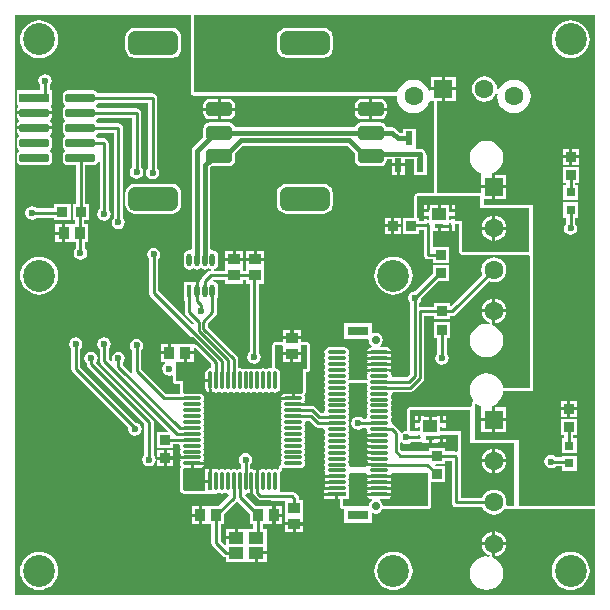
<source format=gtl>
G04*
G04 #@! TF.GenerationSoftware,Altium Limited,Altium Designer,18.1.6 (161)*
G04*
G04 Layer_Physical_Order=1*
G04 Layer_Color=255*
%FSLAX25Y25*%
%MOIN*%
G70*
G01*
G75*
%ADD14C,0.01000*%
%ADD16R,0.03937X0.03543*%
%ADD17R,0.03543X0.03937*%
%ADD18R,0.02362X0.04528*%
%ADD19R,0.03110X0.01181*%
%ADD20R,0.00984X0.01575*%
%ADD21R,0.04724X0.03937*%
%ADD22R,0.03150X0.03150*%
%ADD23R,0.01181X0.06102*%
%ADD24O,0.01181X0.06102*%
%ADD25O,0.06102X0.01181*%
%ADD26R,0.07087X0.03150*%
%ADD27R,0.06299X0.01181*%
%ADD28O,0.06299X0.01181*%
%ADD29R,0.09843X0.02953*%
G04:AMPARAMS|DCode=30|XSize=29.53mil|YSize=98.43mil|CornerRadius=7.38mil|HoleSize=0mil|Usage=FLASHONLY|Rotation=270.000|XOffset=0mil|YOffset=0mil|HoleType=Round|Shape=RoundedRectangle|*
%AMROUNDEDRECTD30*
21,1,0.02953,0.08366,0,0,270.0*
21,1,0.01476,0.09843,0,0,270.0*
1,1,0.01476,-0.04183,-0.00738*
1,1,0.01476,-0.04183,0.00738*
1,1,0.01476,0.04183,0.00738*
1,1,0.01476,0.04183,-0.00738*
%
%ADD30ROUNDEDRECTD30*%
%ADD31R,0.04724X0.03937*%
G04:AMPARAMS|DCode=32|XSize=47.24mil|YSize=86.61mil|CornerRadius=11.81mil|HoleSize=0mil|Usage=FLASHONLY|Rotation=270.000|XOffset=0mil|YOffset=0mil|HoleType=Round|Shape=RoundedRectangle|*
%AMROUNDEDRECTD32*
21,1,0.04724,0.06299,0,0,270.0*
21,1,0.02362,0.08661,0,0,270.0*
1,1,0.02362,-0.03150,-0.01181*
1,1,0.02362,-0.03150,0.01181*
1,1,0.02362,0.03150,0.01181*
1,1,0.02362,0.03150,-0.01181*
%
%ADD32ROUNDEDRECTD32*%
%ADD33R,0.08661X0.04724*%
G04:AMPARAMS|DCode=34|XSize=78.74mil|YSize=165.35mil|CornerRadius=19.68mil|HoleSize=0mil|Usage=FLASHONLY|Rotation=270.000|XOffset=0mil|YOffset=0mil|HoleType=Round|Shape=RoundedRectangle|*
%AMROUNDEDRECTD34*
21,1,0.07874,0.12598,0,0,270.0*
21,1,0.03937,0.16535,0,0,270.0*
1,1,0.03937,-0.06299,-0.01968*
1,1,0.03937,-0.06299,0.01968*
1,1,0.03937,0.06299,0.01968*
1,1,0.03937,0.06299,-0.01968*
%
%ADD34ROUNDEDRECTD34*%
%ADD35R,0.03347X0.03347*%
%ADD36R,0.03347X0.03347*%
%ADD37O,0.01772X0.04331*%
%ADD38R,0.01772X0.04331*%
%ADD69C,0.01500*%
%ADD70C,0.02756*%
%ADD71C,0.06299*%
%ADD72R,0.06299X0.06299*%
%ADD73C,0.10630*%
%ADD74R,0.06299X0.06299*%
%ADD75C,0.02362*%
G36*
X60398Y169291D02*
X60475Y168901D01*
X60696Y168570D01*
X61027Y168349D01*
X61417Y168272D01*
X128825Y168272D01*
X129070Y167992D01*
X129260Y166549D01*
X129817Y165205D01*
X130703Y164050D01*
X131858Y163164D01*
X133203Y162607D01*
X134646Y162417D01*
X136089Y162607D01*
X137433Y163164D01*
X138588Y164050D01*
X139474Y165205D01*
X139888Y166204D01*
X140339Y166323D01*
X140339Y166323D01*
X141500D01*
X141500Y160630D01*
X141500Y135827D01*
X141367Y135665D01*
X135927Y135665D01*
X135829Y135646D01*
X135728D01*
X135644Y135629D01*
X135552Y135591D01*
X135537Y135588D01*
X135524Y135579D01*
X135277Y135477D01*
X134996Y135195D01*
X134893Y134948D01*
X134885Y134935D01*
X134882Y134921D01*
X134843Y134828D01*
X134827Y134744D01*
Y134644D01*
X134807Y134545D01*
X134807Y127476D01*
X131108D01*
Y122130D01*
X136455D01*
Y123471D01*
X137993D01*
Y115256D01*
X138110Y114671D01*
X138441Y114174D01*
X138937Y113843D01*
X139523Y113726D01*
X141028D01*
Y112583D01*
X146374D01*
Y117929D01*
X141052D01*
Y123055D01*
X142664D01*
Y124646D01*
X143664D01*
Y123055D01*
X145720D01*
Y123213D01*
X146306D01*
Y125000D01*
X147306D01*
Y123213D01*
X148298D01*
Y125358D01*
X149297D01*
X149768Y125358D01*
Y116600D01*
X149845Y116210D01*
X150066Y115879D01*
X150525Y115421D01*
X150856Y115200D01*
X151246Y115122D01*
X172728Y115122D01*
X172844Y115145D01*
X172890Y115147D01*
X173061Y115088D01*
X173241Y114976D01*
X173308Y114909D01*
X173390Y114783D01*
X173390Y70705D01*
X164460Y70705D01*
X164427Y70729D01*
X164322Y71522D01*
X163765Y72866D01*
X162879Y74021D01*
X161725Y74907D01*
X160380Y75464D01*
X158937Y75654D01*
X157494Y75464D01*
X156149Y74907D01*
X154995Y74021D01*
X154109Y72866D01*
X153552Y71522D01*
X153362Y70079D01*
X153552Y68636D01*
X154109Y67291D01*
X154472Y66817D01*
X154493Y66642D01*
X154397Y66198D01*
X154393Y66191D01*
X154354Y66150D01*
X154351Y66149D01*
X154269Y66005D01*
X154176Y65867D01*
X154169Y65833D01*
X154153Y65804D01*
X154131Y65640D01*
X154098Y65477D01*
Y64773D01*
X153598Y64394D01*
X153543Y64405D01*
X133465Y64405D01*
X133074Y64328D01*
X132744Y64107D01*
X132523Y63776D01*
X132445Y63386D01*
X132445Y56687D01*
X132283Y56555D01*
X131432Y56385D01*
X130711Y55903D01*
X130208Y56050D01*
X130153Y56323D01*
X129822Y56820D01*
X128473Y58168D01*
X127977Y58500D01*
X127815Y58532D01*
X127409Y59055D01*
X127286Y59676D01*
X127043Y60039D01*
X127286Y60403D01*
X127409Y61024D01*
X127286Y61644D01*
X127043Y62008D01*
X127286Y62372D01*
X127409Y62992D01*
X127286Y63613D01*
X127043Y63976D01*
X127286Y64340D01*
X127409Y64961D01*
X127286Y65581D01*
X127043Y65945D01*
X127286Y66309D01*
X127409Y66929D01*
X127286Y67550D01*
X127043Y67913D01*
X127286Y68277D01*
X127409Y68898D01*
X127399Y68950D01*
X127716Y69337D01*
X133365D01*
X133950Y69453D01*
X134447Y69785D01*
X137721Y73059D01*
X138052Y73555D01*
X138169Y74140D01*
Y94829D01*
X141421D01*
Y93685D01*
X146768D01*
Y94829D01*
X147539D01*
X148125Y94945D01*
X148621Y95277D01*
X159771Y106427D01*
X160334Y106193D01*
X161417Y106051D01*
X162501Y106193D01*
X163510Y106612D01*
X164377Y107277D01*
X165042Y108143D01*
X165460Y109153D01*
X165603Y110236D01*
X165460Y111319D01*
X165042Y112329D01*
X164377Y113196D01*
X163510Y113861D01*
X162501Y114279D01*
X161417Y114422D01*
X160334Y114279D01*
X159325Y113861D01*
X158458Y113196D01*
X157793Y112329D01*
X157375Y111319D01*
X157232Y110236D01*
X157375Y109153D01*
X157608Y108590D01*
X147268Y98250D01*
X146768Y98457D01*
Y99032D01*
X141421D01*
Y97888D01*
X136639D01*
X136569Y97946D01*
Y99186D01*
X136612Y99215D01*
X137094Y99936D01*
X137263Y100787D01*
X137253Y100838D01*
X142895Y106480D01*
X146374D01*
Y111827D01*
X141028D01*
Y108939D01*
X135090Y103001D01*
X135039Y103011D01*
X134188Y102842D01*
X133467Y102360D01*
X132985Y101638D01*
X132816Y100787D01*
X132985Y99936D01*
X133467Y99215D01*
X133510Y99186D01*
Y75437D01*
X132437Y74364D01*
X127716D01*
X127399Y74751D01*
X127409Y74803D01*
X127286Y75424D01*
X127043Y75787D01*
X127286Y76151D01*
X127310Y76272D01*
X126453D01*
X126408Y76302D01*
X125787Y76425D01*
X123228D01*
X120669D01*
X120049Y76302D01*
X120004Y76272D01*
X119147D01*
X119171Y76151D01*
X119414Y75787D01*
X119171Y75424D01*
X119048Y74803D01*
X119171Y74183D01*
X119383Y73865D01*
X119190Y73562D01*
X119119Y73461D01*
X113165D01*
X113093Y73562D01*
X112900Y73865D01*
X113112Y74183D01*
X113236Y74803D01*
X113112Y75424D01*
X112870Y75787D01*
X113112Y76151D01*
X113236Y76772D01*
X113112Y77392D01*
X112870Y77756D01*
X113112Y78120D01*
X113236Y78740D01*
X113112Y79361D01*
X112870Y79724D01*
X113112Y80088D01*
X113236Y80709D01*
X113112Y81329D01*
X112870Y81693D01*
X113112Y82057D01*
X113236Y82677D01*
X113112Y83298D01*
X112761Y83824D01*
X112235Y84175D01*
X111614Y84299D01*
X106496D01*
X105876Y84175D01*
X105349Y83824D01*
X104998Y83298D01*
X104874Y82677D01*
X104998Y82057D01*
X105241Y81693D01*
X104998Y81329D01*
X104874Y80709D01*
X104998Y80088D01*
X105241Y79724D01*
X104998Y79361D01*
X104874Y78740D01*
X104998Y78120D01*
X105241Y77756D01*
X104998Y77392D01*
X104874Y76772D01*
X104998Y76151D01*
X105241Y75787D01*
X104998Y75424D01*
X104874Y74803D01*
X104998Y74183D01*
X105241Y73819D01*
X104998Y73455D01*
X104874Y72835D01*
X104998Y72214D01*
X105241Y71850D01*
X104998Y71487D01*
X104874Y70866D01*
X104998Y70246D01*
X105241Y69882D01*
X104998Y69518D01*
X104874Y68898D01*
X104998Y68277D01*
X105241Y67913D01*
X104998Y67550D01*
X104874Y66929D01*
X104998Y66309D01*
X105241Y65945D01*
X104998Y65581D01*
X104874Y64961D01*
X104998Y64340D01*
X105241Y63976D01*
X104998Y63613D01*
X104874Y62992D01*
X104885Y62940D01*
X104568Y62553D01*
X103684D01*
X101769Y64467D01*
X101273Y64799D01*
X100688Y64915D01*
X98877D01*
X98560Y65302D01*
X98571Y65354D01*
X98447Y65975D01*
X98204Y66339D01*
X98447Y66702D01*
X98571Y67323D01*
X98447Y67943D01*
X98137Y68408D01*
X98285Y68529D01*
X98317Y68568D01*
X98359Y68596D01*
X98442Y68721D01*
X98537Y68837D01*
X98552Y68885D01*
X98580Y68927D01*
X98609Y69074D01*
X98652Y69217D01*
X98647Y69268D01*
X98657Y69317D01*
Y76146D01*
X99213D01*
X99603Y76223D01*
X99934Y76444D01*
X100155Y76775D01*
X100232Y77165D01*
Y85039D01*
X100155Y85430D01*
X99934Y85760D01*
X99603Y85981D01*
X99213Y86059D01*
X97063D01*
Y87017D01*
X91126D01*
Y86496D01*
X91023Y86304D01*
X90748Y86059D01*
X88583D01*
X88192Y85981D01*
X87862Y85760D01*
X87641Y85430D01*
X87563Y85039D01*
Y77602D01*
X87218Y77346D01*
X87144Y77311D01*
X87074Y77298D01*
X86516Y77409D01*
X85895Y77286D01*
X85532Y77043D01*
X85168Y77286D01*
X84547Y77409D01*
X83927Y77286D01*
X83563Y77043D01*
X83199Y77286D01*
X82579Y77409D01*
X81958Y77286D01*
X81595Y77043D01*
X81231Y77286D01*
X80610Y77409D01*
X79990Y77286D01*
X79626Y77043D01*
X79262Y77286D01*
X78642Y77409D01*
X78021Y77286D01*
X77658Y77043D01*
X77294Y77286D01*
X76673Y77409D01*
X76621Y77399D01*
X76234Y77716D01*
Y80413D01*
X76118Y80999D01*
X75786Y81495D01*
X66122Y91159D01*
Y92305D01*
X68700Y94883D01*
X69031Y95379D01*
X69147Y95965D01*
Y100666D01*
X69394Y101036D01*
X69541Y101772D01*
Y104331D01*
X69394Y105067D01*
X68978Y105690D01*
X68354Y106107D01*
X68174Y106143D01*
X67936Y106700D01*
X68023Y106837D01*
X71851D01*
Y105595D01*
X77788D01*
Y106837D01*
X78955D01*
Y105595D01*
X79967D01*
Y82704D01*
X79924Y82675D01*
X79441Y81953D01*
X79272Y81102D01*
X79441Y80251D01*
X79924Y79530D01*
X80645Y79048D01*
X81496Y78878D01*
X82347Y79048D01*
X83069Y79530D01*
X83551Y80251D01*
X83720Y81102D01*
X83551Y81953D01*
X83069Y82675D01*
X83025Y82704D01*
Y105595D01*
X84892D01*
Y110909D01*
Y113181D01*
X78955D01*
Y109896D01*
X77788D01*
Y113181D01*
X71851D01*
Y109896D01*
X68238D01*
X68189Y110396D01*
X68354Y110428D01*
X68978Y110845D01*
X69394Y111469D01*
X69541Y112205D01*
Y114764D01*
X69394Y115500D01*
X68978Y116123D01*
X68354Y116540D01*
X67618Y116687D01*
X67343Y116632D01*
X66843Y117042D01*
Y144241D01*
X67229Y144627D01*
X73032D01*
X73883Y144796D01*
X74604Y145278D01*
X75086Y145999D01*
X75255Y146850D01*
Y149110D01*
X77767Y151621D01*
X112391D01*
X115020Y148992D01*
Y146850D01*
X115190Y145999D01*
X115672Y145278D01*
X116393Y144796D01*
X117244Y144627D01*
X123543D01*
X124394Y144796D01*
X125116Y145278D01*
X125598Y145999D01*
X125767Y146850D01*
Y146962D01*
X127291D01*
Y145633D01*
X129472D01*
X131653D01*
Y146962D01*
X134771D01*
Y141869D01*
X139133D01*
Y148397D01*
X138736D01*
Y148747D01*
X138601Y149429D01*
X138214Y150008D01*
X137635Y150395D01*
X136952Y150531D01*
X135812D01*
X135393Y150727D01*
Y157255D01*
X131031D01*
Y155775D01*
X130212D01*
X128821Y157167D01*
X128242Y157554D01*
X127559Y157690D01*
X125647D01*
X125598Y157938D01*
X125116Y158659D01*
X124394Y159141D01*
X123543Y159310D01*
X117244D01*
X116393Y159141D01*
X115672Y158659D01*
X115190Y157938D01*
X115140Y157690D01*
X75135D01*
X75086Y157938D01*
X74604Y158659D01*
X73883Y159141D01*
X73032Y159310D01*
X66732D01*
X65881Y159141D01*
X65160Y158659D01*
X64678Y157938D01*
X64508Y157087D01*
Y154724D01*
X64557Y154482D01*
X61238Y151163D01*
X60852Y150584D01*
X60716Y149902D01*
Y117042D01*
X60216Y116632D01*
X59941Y116687D01*
X59205Y116540D01*
X58581Y116123D01*
X58165Y115500D01*
X58018Y114764D01*
Y112205D01*
X58165Y111469D01*
X58581Y110845D01*
X59205Y110428D01*
X59941Y110282D01*
X60677Y110428D01*
X61221Y110792D01*
X61764Y110428D01*
X62500Y110282D01*
X63236Y110428D01*
X63779Y110792D01*
X64323Y110428D01*
X65059Y110282D01*
X65795Y110428D01*
X66339Y110792D01*
X66882Y110428D01*
X67047Y110396D01*
X67027Y109896D01*
X66442Y109779D01*
X65946Y109448D01*
X63978Y107479D01*
X63646Y106983D01*
X63550Y106499D01*
X63428Y106347D01*
X63030Y106148D01*
X63000Y106154D01*
Y103051D01*
X62000D01*
Y106154D01*
X61922Y106139D01*
X61827Y106217D01*
Y106217D01*
X58055D01*
Y99886D01*
X58412D01*
Y95965D01*
X58528Y95379D01*
X58859Y94883D01*
X61335Y92408D01*
X61302Y92161D01*
X60774Y91982D01*
X49561Y103195D01*
Y113753D01*
X49604Y113782D01*
X50086Y114503D01*
X50255Y115354D01*
X50086Y116205D01*
X49604Y116927D01*
X48882Y117409D01*
X48031Y117578D01*
X47181Y117409D01*
X46459Y116927D01*
X45977Y116205D01*
X45808Y115354D01*
X45977Y114503D01*
X46459Y113782D01*
X46502Y113753D01*
Y102561D01*
X46619Y101976D01*
X46950Y101480D01*
X69238Y79191D01*
Y77716D01*
X68852Y77399D01*
X68799Y77409D01*
X68741Y77398D01*
X68567Y77481D01*
X68289Y77817D01*
Y78897D01*
X68212Y79287D01*
X67991Y79618D01*
X62556Y85053D01*
X62225Y85274D01*
X61835Y85352D01*
X61335Y85466D01*
Y85466D01*
X53748D01*
Y82497D01*
X53248D01*
Y81997D01*
X50476D01*
Y79529D01*
X51861D01*
X52012Y79029D01*
X51577Y78738D01*
X51095Y78016D01*
X50926Y77165D01*
X51095Y76314D01*
X51577Y75593D01*
X52299Y75111D01*
X53150Y74941D01*
X54001Y75111D01*
X54051Y75145D01*
X54492Y74909D01*
Y73228D01*
X54570Y72838D01*
X54791Y72507D01*
X55122Y72286D01*
X55512Y72209D01*
X56854D01*
Y69357D01*
X56855Y69352D01*
X56845Y69250D01*
X56587Y68932D01*
X56453Y68852D01*
X52208D01*
X43852Y77208D01*
Y83438D01*
X43895Y83467D01*
X44377Y84188D01*
X44547Y85039D01*
X44377Y85890D01*
X43895Y86612D01*
X43174Y87094D01*
X42323Y87263D01*
X41472Y87094D01*
X40750Y86612D01*
X40268Y85890D01*
X40099Y85039D01*
X40268Y84188D01*
X40750Y83467D01*
X40793Y83438D01*
Y76575D01*
X40874Y76169D01*
X40413Y75923D01*
X37750Y78586D01*
Y79107D01*
X37793Y79136D01*
X38275Y79858D01*
X38444Y80709D01*
X38275Y81560D01*
X37793Y82281D01*
X37071Y82763D01*
X36220Y82933D01*
X35370Y82763D01*
X34648Y82281D01*
X34166Y81560D01*
X33997Y80709D01*
X34100Y80187D01*
X33640Y79941D01*
X33026Y80555D01*
Y83832D01*
X33068Y83861D01*
X33551Y84582D01*
X33720Y85433D01*
X33551Y86284D01*
X33068Y87006D01*
X32347Y87488D01*
X31496Y87657D01*
X30645Y87488D01*
X29924Y87006D01*
X29441Y86284D01*
X29272Y85433D01*
X29441Y84582D01*
X29924Y83861D01*
X29967Y83832D01*
Y79921D01*
X30083Y79336D01*
X30415Y78840D01*
X52674Y56580D01*
X52483Y56118D01*
X49180D01*
Y50772D01*
X54527D01*
Y52014D01*
X56438D01*
X56755Y51627D01*
X56744Y51575D01*
X56868Y50954D01*
X57111Y50591D01*
X56868Y50227D01*
X56744Y49606D01*
X56868Y48986D01*
X57111Y48622D01*
X56868Y48258D01*
X56844Y48138D01*
X57701D01*
X57745Y48108D01*
X58366Y47984D01*
X60827D01*
Y47291D01*
X58366D01*
X57745Y47168D01*
X57701Y47138D01*
X56844D01*
X56868Y47017D01*
X57111Y46654D01*
X56868Y46290D01*
X56744Y45669D01*
X56868Y45049D01*
X57217Y44527D01*
X57195Y44500D01*
X57153Y44472D01*
X57070Y44348D01*
X56975Y44232D01*
X56960Y44184D01*
X56932Y44142D01*
X56903Y43995D01*
X56859Y43851D01*
X56864Y43801D01*
X56854Y43751D01*
X56854Y36968D01*
X56932Y36577D01*
X57153Y36247D01*
X57507Y35893D01*
X57837Y35672D01*
X58227Y35594D01*
X59449Y35594D01*
X65240Y35595D01*
X65339Y35614D01*
X68421D01*
Y35614D01*
X68799Y35583D01*
X68909Y35605D01*
X69420Y35706D01*
X69784Y35950D01*
X70147Y35706D01*
X70768Y35583D01*
X71388Y35706D01*
X71752Y35950D01*
X72116Y35706D01*
X72736Y35583D01*
X73091Y35239D01*
X73105Y34815D01*
X69605Y31315D01*
X63984D01*
Y28346D01*
Y25378D01*
X67270D01*
Y19193D01*
X67386Y18608D01*
X67718Y18112D01*
X71081Y14748D01*
X71577Y14417D01*
X72162Y14300D01*
X72228D01*
Y12861D01*
X81783D01*
Y15830D01*
X82284D01*
Y16330D01*
X85646D01*
Y17979D01*
Y23916D01*
X84305D01*
Y25378D01*
X87591D01*
Y28346D01*
Y31315D01*
X81970D01*
X78424Y34861D01*
X78436Y35140D01*
X78642Y35583D01*
X79262Y35706D01*
X79626Y35950D01*
X79990Y35706D01*
X80110Y35682D01*
Y36539D01*
X80140Y36584D01*
X80264Y37205D01*
Y39665D01*
X80957D01*
Y37205D01*
X81049Y36741D01*
Y35662D01*
X81110Y35355D01*
Y35206D01*
X81145Y35180D01*
X81166Y35077D01*
X81497Y34581D01*
X82489Y33589D01*
X82985Y33258D01*
X83570Y33141D01*
X87175D01*
X87302Y33116D01*
X91930D01*
Y28019D01*
Y25975D01*
X94899D01*
X97867D01*
Y28019D01*
Y33562D01*
X96428D01*
Y33935D01*
X96312Y34520D01*
X95980Y35016D01*
X95269Y35727D01*
X94773Y36059D01*
X94188Y36175D01*
X90265D01*
X90001Y36675D01*
X90106Y37205D01*
Y42126D01*
X89983Y42746D01*
X90244Y42886D01*
X90360Y42981D01*
X90485Y43064D01*
X90513Y43106D01*
X90552Y43139D01*
X90623Y43271D01*
X90706Y43395D01*
X90716Y43445D01*
X90740Y43489D01*
X90754Y43638D01*
X90783Y43785D01*
Y43986D01*
X91222Y44295D01*
X91407Y44171D01*
X92028Y44048D01*
X96949D01*
X97569Y44171D01*
X98096Y44523D01*
X98447Y45049D01*
X98571Y45669D01*
X98447Y46290D01*
X98204Y46654D01*
X98447Y47017D01*
X98571Y47638D01*
X98447Y48258D01*
X98204Y48622D01*
X98447Y48986D01*
X98571Y49606D01*
X98447Y50227D01*
X98204Y50591D01*
X98447Y50954D01*
X98571Y51575D01*
X98447Y52195D01*
X98204Y52559D01*
X98447Y52923D01*
X98571Y53543D01*
X98447Y54164D01*
X98204Y54528D01*
X98447Y54891D01*
X98571Y55512D01*
X98447Y56132D01*
X98204Y56496D01*
X98447Y56860D01*
X98571Y57480D01*
X98447Y58101D01*
X98204Y58465D01*
X98447Y58828D01*
X98571Y59449D01*
X98560Y59501D01*
X98877Y59888D01*
X99760D01*
X101674Y57974D01*
X102171Y57642D01*
X102756Y57526D01*
X104568D01*
X104885Y57139D01*
X104874Y57087D01*
X104998Y56466D01*
X105241Y56102D01*
X104998Y55739D01*
X104874Y55118D01*
X104998Y54498D01*
X105241Y54134D01*
X104998Y53770D01*
X104874Y53150D01*
X104998Y52529D01*
X105241Y52165D01*
X104998Y51802D01*
X104874Y51181D01*
X104998Y50561D01*
X105241Y50197D01*
X104998Y49833D01*
X104874Y49213D01*
X104998Y48592D01*
X105241Y48228D01*
X104998Y47865D01*
X104874Y47244D01*
X104998Y46624D01*
X105241Y46260D01*
X104998Y45896D01*
X104874Y45276D01*
X104998Y44655D01*
X105241Y44291D01*
X104998Y43928D01*
X104874Y43307D01*
X104998Y42687D01*
X105241Y42323D01*
X104998Y41959D01*
X104974Y41839D01*
X105831D01*
X105875Y41809D01*
X106496Y41685D01*
X109055D01*
Y40839D01*
X104974D01*
X104998Y40718D01*
X105241Y40354D01*
X104998Y39991D01*
X104974Y39870D01*
X109055D01*
Y38870D01*
X104974D01*
X104998Y38750D01*
X105241Y38386D01*
X104998Y38022D01*
X104974Y37902D01*
X109055D01*
Y36902D01*
X104905D01*
Y35933D01*
X109055D01*
Y35433D01*
X109555D01*
Y33843D01*
X110004D01*
Y31496D01*
X110082Y31106D01*
X110303Y30775D01*
X110633Y30554D01*
X111024Y30476D01*
X111598D01*
Y25772D01*
X120685D01*
Y28827D01*
X120935Y28961D01*
X121185Y29046D01*
X122047Y28875D01*
X122975Y29059D01*
X123762Y29585D01*
X124287Y30371D01*
X124312Y30496D01*
X124334D01*
X124433Y30476D01*
X139370D01*
X139760Y30554D01*
X140091Y30775D01*
X140312Y31106D01*
X140390Y31496D01*
Y39338D01*
X145193D01*
Y44684D01*
X142075D01*
X141851Y44963D01*
X142061Y45440D01*
X145193D01*
Y46584D01*
X147290D01*
Y32677D01*
X147406Y32092D01*
X147738Y31596D01*
X148234Y31264D01*
X148819Y31148D01*
X157559D01*
X157793Y30584D01*
X158458Y29718D01*
X159325Y29052D01*
X160334Y28634D01*
X161417Y28492D01*
X162501Y28634D01*
X163510Y29052D01*
X164377Y29718D01*
X164916Y30420D01*
X164950Y30460D01*
X165372Y30565D01*
X165547Y30554D01*
X165702Y30523D01*
X165853Y30480D01*
X165895Y30485D01*
X165937Y30476D01*
X168110D01*
X168500Y30554D01*
X168831Y30775D01*
X169263Y30576D01*
X169295Y30554D01*
X169685Y30476D01*
X195219D01*
Y1631D01*
X1631D01*
Y195219D01*
X60398D01*
X60398Y169291D01*
D02*
G37*
G36*
X156693Y130709D02*
X173228Y130709D01*
X173228Y116501D01*
X172728Y116142D01*
X151246Y116142D01*
X150787Y116600D01*
Y125358D01*
X150787Y125358D01*
X150787Y125358D01*
Y126378D01*
X148298D01*
Y127059D01*
X146806D01*
Y128059D01*
X148298D01*
Y128331D01*
Y129618D01*
X146806D01*
Y130118D01*
X146306D01*
Y131905D01*
X145314D01*
Y131709D01*
X143664D01*
Y128740D01*
X142664D01*
Y131709D01*
X141015D01*
Y131905D01*
X140023D01*
Y130118D01*
X139523D01*
Y129618D01*
X138031D01*
Y128331D01*
Y128059D01*
X139523D01*
Y127059D01*
X138031D01*
Y126529D01*
X136455D01*
Y127476D01*
X135827D01*
X135827Y134545D01*
X135843Y134629D01*
X135927Y134646D01*
X156693Y134646D01*
X156693Y130709D01*
D02*
G37*
G36*
X99213Y77165D02*
X97638D01*
Y69317D01*
X97138Y68907D01*
X96949Y68945D01*
X94988D01*
Y67323D01*
X94488D01*
Y66976D01*
X92028D01*
X91407Y66853D01*
X91362Y66823D01*
X90505D01*
X90529Y66702D01*
X90772Y66339D01*
X90529Y65975D01*
X90406Y65354D01*
X90529Y64734D01*
X90772Y64370D01*
X90529Y64006D01*
X90406Y63386D01*
X90529Y62765D01*
X90772Y62402D01*
X90529Y62038D01*
X90406Y61417D01*
X90529Y60797D01*
X90772Y60433D01*
X90529Y60069D01*
X90406Y59449D01*
X90529Y58828D01*
X90772Y58465D01*
X90529Y58101D01*
X90406Y57480D01*
X90529Y56860D01*
X90772Y56496D01*
X90529Y56132D01*
X90406Y55512D01*
X90529Y54891D01*
X90772Y54528D01*
X90529Y54164D01*
X90406Y53543D01*
X90529Y52923D01*
X90772Y52559D01*
X90529Y52195D01*
X90406Y51575D01*
X90529Y50954D01*
X90772Y50591D01*
X90529Y50227D01*
X90406Y49606D01*
X90529Y48986D01*
X90772Y48622D01*
X90529Y48258D01*
X90406Y47638D01*
X90529Y47017D01*
X90772Y46654D01*
X90529Y46290D01*
X90406Y45669D01*
X90463Y45382D01*
X90085Y44882D01*
X89764D01*
Y43785D01*
X89264Y43518D01*
X89105Y43624D01*
X88484Y43748D01*
X87864Y43624D01*
X87500Y43381D01*
X87136Y43624D01*
X86516Y43748D01*
X85895Y43624D01*
X85532Y43381D01*
X85168Y43624D01*
X84547Y43748D01*
X83927Y43624D01*
X83563Y43381D01*
X83199Y43624D01*
X83079Y43648D01*
Y42792D01*
X83049Y42747D01*
X82925Y42126D01*
Y39665D01*
X82232D01*
Y42126D01*
X82109Y42747D01*
X82079Y42792D01*
Y43648D01*
X81958Y43624D01*
X81595Y43381D01*
X81231Y43624D01*
X80610Y43748D01*
X80558Y43737D01*
X80171Y44054D01*
Y45347D01*
X80214Y45376D01*
X80696Y46098D01*
X80866Y46949D01*
X80696Y47800D01*
X80214Y48521D01*
X79493Y49003D01*
X78642Y49173D01*
X77791Y49003D01*
X77069Y48521D01*
X76587Y47800D01*
X76418Y46949D01*
X76587Y46098D01*
X77069Y45376D01*
X77112Y45347D01*
Y44054D01*
X76726Y43737D01*
X76673Y43748D01*
X76053Y43624D01*
X75689Y43381D01*
X75325Y43624D01*
X74705Y43748D01*
X74084Y43624D01*
X73721Y43381D01*
X73357Y43624D01*
X72736Y43748D01*
X72116Y43624D01*
X71752Y43381D01*
X71388Y43624D01*
X70768Y43748D01*
X70147Y43624D01*
X69784Y43381D01*
X69420Y43624D01*
X68918Y43724D01*
X68799Y43748D01*
X68421Y43717D01*
Y43716D01*
X67331D01*
Y42792D01*
X67301Y42747D01*
X67177Y42126D01*
Y39665D01*
X66831D01*
Y39165D01*
X65240D01*
Y36614D01*
X59449Y36614D01*
X58227Y36614D01*
X57874Y36968D01*
X57874Y43751D01*
X58261Y44069D01*
X58366Y44048D01*
X60327D01*
Y45669D01*
X60827D01*
Y46016D01*
X63287D01*
X63908Y46139D01*
X63953Y46169D01*
X64810D01*
X64786Y46290D01*
X64543Y46654D01*
X64786Y47017D01*
X64909Y47638D01*
X64786Y48258D01*
X64543Y48622D01*
X64786Y48986D01*
X64909Y49606D01*
X64786Y50227D01*
X64543Y50591D01*
X64786Y50954D01*
X64909Y51575D01*
X64786Y52195D01*
X64543Y52559D01*
X64786Y52923D01*
X64909Y53543D01*
X64786Y54164D01*
X64543Y54528D01*
X64786Y54891D01*
X64909Y55512D01*
X64786Y56132D01*
X64543Y56496D01*
X64786Y56860D01*
X64909Y57480D01*
X64786Y58101D01*
X64543Y58465D01*
X64786Y58828D01*
X64909Y59449D01*
X64786Y60069D01*
X64543Y60433D01*
X64786Y60797D01*
X64909Y61417D01*
X64786Y62038D01*
X64543Y62402D01*
X64786Y62765D01*
X64909Y63386D01*
X64786Y64006D01*
X64543Y64370D01*
X64786Y64734D01*
X64909Y65354D01*
X64786Y65975D01*
X64543Y66339D01*
X64786Y66702D01*
X64909Y67323D01*
X64786Y67943D01*
X64434Y68470D01*
X63908Y68821D01*
X63287Y68945D01*
X58374D01*
X58366Y68945D01*
X57874Y69357D01*
Y73228D01*
X55512D01*
Y79529D01*
X58063D01*
Y82497D01*
X58563D01*
Y82997D01*
X61335D01*
Y84125D01*
X61835Y84332D01*
X67270Y78897D01*
Y77716D01*
X66883Y77399D01*
X66831Y77409D01*
X66210Y77286D01*
X65684Y76934D01*
X65332Y76408D01*
X65209Y75787D01*
Y73827D01*
X66831D01*
Y73327D01*
X67177D01*
Y70866D01*
X67301Y70245D01*
X67331Y70201D01*
Y69344D01*
X67451Y69368D01*
X67815Y69611D01*
X68179Y69368D01*
X68799Y69244D01*
X69420Y69368D01*
X69784Y69611D01*
X70147Y69368D01*
X70768Y69244D01*
X71388Y69368D01*
X71752Y69611D01*
X72116Y69368D01*
X72736Y69244D01*
X73357Y69368D01*
X73721Y69611D01*
X74084Y69368D01*
X74705Y69244D01*
X75325Y69368D01*
X75689Y69611D01*
X76053Y69368D01*
X76673Y69244D01*
X77294Y69368D01*
X77658Y69611D01*
X78021Y69368D01*
X78642Y69244D01*
X79262Y69368D01*
X79626Y69611D01*
X79990Y69368D01*
X80610Y69244D01*
X81231Y69368D01*
X81595Y69611D01*
X81958Y69368D01*
X82579Y69244D01*
X83199Y69368D01*
X83563Y69611D01*
X83927Y69368D01*
X84547Y69244D01*
X85168Y69368D01*
X85532Y69611D01*
X85895Y69368D01*
X86516Y69244D01*
X87136Y69368D01*
X87500Y69611D01*
X87864Y69368D01*
X88484Y69244D01*
X89105Y69368D01*
X89631Y69719D01*
X89982Y70246D01*
X90106Y70866D01*
Y75787D01*
X89982Y76408D01*
X89631Y76934D01*
X89105Y77286D01*
X88583Y77390D01*
Y85039D01*
X90748D01*
X91126Y84539D01*
Y82702D01*
X97063D01*
Y85039D01*
X99213D01*
Y77165D01*
D02*
G37*
G36*
X195219Y31496D02*
X169685D01*
Y53543D01*
X155118Y53543D01*
X155118Y65477D01*
X155567Y65698D01*
X156149Y65250D01*
X157149Y64837D01*
X157268Y64386D01*
X157268Y64246D01*
Y60736D01*
X160917D01*
Y64519D01*
X160844Y64886D01*
X161725Y65250D01*
X162879Y66136D01*
X163765Y67291D01*
X164322Y68636D01*
X164460Y69685D01*
X174409Y69685D01*
X174409Y131890D01*
X158268Y131890D01*
Y133646D01*
X160917D01*
Y137295D01*
X157268D01*
Y135827D01*
X142520Y135827D01*
X142520Y160630D01*
X142520Y166323D01*
X143988D01*
Y169972D01*
X140205D01*
X139839Y169899D01*
X139474Y170780D01*
X138588Y171934D01*
X137433Y172820D01*
X136089Y173377D01*
X134646Y173567D01*
X133203Y173377D01*
X131858Y172820D01*
X130703Y171934D01*
X129817Y170780D01*
X129260Y169435D01*
X129242Y169291D01*
X61417Y169291D01*
X61417Y195219D01*
X195219D01*
Y31496D01*
D02*
G37*
G36*
X119171Y72214D02*
X119414Y71850D01*
X119171Y71487D01*
X119048Y70866D01*
X119171Y70246D01*
X119414Y69882D01*
X119171Y69518D01*
X119048Y68898D01*
X119171Y68277D01*
X119414Y67913D01*
X119171Y67550D01*
X119048Y66929D01*
X119171Y66309D01*
X119414Y65945D01*
X119171Y65581D01*
X119048Y64961D01*
X119171Y64340D01*
X119414Y63976D01*
X119171Y63613D01*
X119048Y62992D01*
X119171Y62372D01*
X119414Y62008D01*
X119171Y61644D01*
X119048Y61024D01*
X119058Y60971D01*
X118741Y60585D01*
X117745D01*
X117716Y60628D01*
X116995Y61110D01*
X116144Y61279D01*
X115293Y61110D01*
X114571Y60628D01*
X114089Y59906D01*
X113920Y59055D01*
X114089Y58204D01*
X114571Y57483D01*
X115293Y57001D01*
X116144Y56831D01*
X116995Y57001D01*
X117716Y57483D01*
X117745Y57526D01*
X118741D01*
X119058Y57139D01*
X119048Y57087D01*
X119171Y56466D01*
X119414Y56102D01*
X119171Y55739D01*
X119147Y55618D01*
X120004D01*
X120049Y55588D01*
X120669Y55465D01*
X123228D01*
Y54618D01*
X119147D01*
X119171Y54498D01*
X119414Y54134D01*
X119171Y53770D01*
X119147Y53650D01*
X123228D01*
Y52650D01*
X119147D01*
X119171Y52529D01*
X119414Y52165D01*
X119171Y51802D01*
X119147Y51681D01*
X123228D01*
Y50681D01*
X119147D01*
X119171Y50561D01*
X119414Y50197D01*
X119171Y49833D01*
X119147Y49713D01*
X123228D01*
Y48713D01*
X119147D01*
X119171Y48592D01*
X119414Y48228D01*
X119171Y47865D01*
X119147Y47744D01*
X123228D01*
Y46744D01*
X119147D01*
X119171Y46624D01*
X119414Y46260D01*
X119171Y45896D01*
X119147Y45776D01*
X123228D01*
Y44929D01*
X120669D01*
X120049Y44806D01*
X120004Y44776D01*
X118944D01*
X118727Y44488D01*
X113557D01*
X113179Y44988D01*
X113236Y45276D01*
X113112Y45896D01*
X112870Y46260D01*
X113112Y46624D01*
X113236Y47244D01*
X113112Y47865D01*
X112870Y48228D01*
X113112Y48592D01*
X113236Y49213D01*
X113112Y49833D01*
X112870Y50197D01*
X113112Y50561D01*
X113236Y51181D01*
X113112Y51802D01*
X112870Y52165D01*
X113112Y52529D01*
X113236Y53150D01*
X113112Y53770D01*
X112870Y54134D01*
X113112Y54498D01*
X113236Y55118D01*
X113112Y55739D01*
X112870Y56102D01*
X113112Y56466D01*
X113236Y57087D01*
X113112Y57707D01*
X112870Y58071D01*
X113112Y58435D01*
X113236Y59055D01*
X113112Y59676D01*
X112870Y60039D01*
X113112Y60403D01*
X113236Y61024D01*
X113112Y61644D01*
X112870Y62008D01*
X113112Y62372D01*
X113236Y62992D01*
X113112Y63613D01*
X112870Y63976D01*
X113112Y64340D01*
X113236Y64961D01*
X113112Y65581D01*
X112870Y65945D01*
X113112Y66309D01*
X113236Y66929D01*
X113112Y67550D01*
X112870Y67913D01*
X113112Y68277D01*
X113236Y68898D01*
X113112Y69518D01*
X112870Y69882D01*
X113112Y70246D01*
X113236Y70866D01*
X113112Y71487D01*
X112870Y71850D01*
X113112Y72214D01*
X113158Y72441D01*
X119126D01*
X119171Y72214D01*
D02*
G37*
G36*
X149374Y49914D02*
X148874Y49576D01*
X148538Y49643D01*
X145193D01*
Y50786D01*
X139847D01*
Y49643D01*
X130893D01*
X130270Y50266D01*
Y52587D01*
X130770Y52719D01*
X131432Y52276D01*
X132283Y52107D01*
X133134Y52276D01*
X133856Y52758D01*
X133885Y52801D01*
X135024D01*
Y52740D01*
X137602D01*
Y52583D01*
X139657D01*
Y54173D01*
X140657D01*
Y52583D01*
X142713D01*
Y52740D01*
X143299D01*
Y54527D01*
X143799D01*
Y55028D01*
X145291D01*
Y55280D01*
X149374D01*
X149374Y49914D01*
D02*
G37*
G36*
X139370Y31496D02*
X124433D01*
X124287Y32227D01*
X123762Y33014D01*
X123316Y33312D01*
X123468Y33812D01*
X125787D01*
X126408Y33935D01*
X126934Y34286D01*
X127286Y34813D01*
X127310Y34933D01*
X123228D01*
X119147D01*
X119171Y34813D01*
X119523Y34286D01*
X120049Y33935D01*
X120637Y33818D01*
X120687Y33731D01*
X120779Y33312D01*
X120333Y33014D01*
X119807Y32227D01*
X119662Y31496D01*
X111024D01*
Y33843D01*
X113205D01*
Y37024D01*
X113205D01*
X113236Y37402D01*
X113214Y37511D01*
X113112Y38022D01*
X112870Y38386D01*
X113112Y38750D01*
X113236Y39370D01*
X113112Y39991D01*
X112870Y40354D01*
X113112Y40718D01*
X113236Y41339D01*
X113112Y41959D01*
X113072Y42020D01*
X113339Y42520D01*
X118944D01*
X119211Y42020D01*
X119171Y41959D01*
X119147Y41839D01*
X120004D01*
X120049Y41809D01*
X120669Y41685D01*
X123228D01*
X125787D01*
X126408Y41809D01*
X126453Y41839D01*
X127310D01*
X127286Y41959D01*
X127245Y42020D01*
X127513Y42520D01*
X139370D01*
Y31496D01*
D02*
G37*
G36*
X153543Y59842D02*
X153543Y52362D01*
X168110D01*
Y31496D01*
X165937D01*
X165513Y31996D01*
X165603Y32677D01*
X165460Y33760D01*
X165042Y34770D01*
X164377Y35637D01*
X163510Y36302D01*
X162501Y36720D01*
X161417Y36863D01*
X160334Y36720D01*
X159325Y36302D01*
X158458Y35637D01*
X157793Y34770D01*
X157559Y34207D01*
X150394D01*
X150394Y56299D01*
X145291D01*
Y56587D01*
X143799D01*
Y57587D01*
X145291D01*
Y59146D01*
X143799D01*
Y59646D01*
X143299D01*
Y61433D01*
X142307D01*
Y61236D01*
X140657D01*
Y58268D01*
X139657D01*
Y61236D01*
X138008D01*
Y61433D01*
X137016D01*
Y59646D01*
X136516D01*
Y59146D01*
X135024D01*
Y57587D01*
X136516D01*
Y56587D01*
X135024D01*
Y56299D01*
X133465D01*
X133465Y63386D01*
X153543Y63386D01*
X153543Y59842D01*
D02*
G37*
G36*
X80004Y28955D02*
Y25378D01*
X81246D01*
Y23916D01*
X76091D01*
Y20948D01*
X75591D01*
Y20448D01*
X72228D01*
Y18634D01*
X71728Y18427D01*
X70329Y19826D01*
Y25378D01*
X71571D01*
Y28955D01*
X75786Y33171D01*
X75788Y33171D01*
X80004Y28955D01*
D02*
G37*
%LPC*%
G36*
X54213Y190789D02*
X41614D01*
X40839Y190687D01*
X40117Y190388D01*
X39497Y189912D01*
X39021Y189292D01*
X38722Y188570D01*
X38620Y187795D01*
Y183858D01*
X38722Y183083D01*
X39021Y182361D01*
X39497Y181741D01*
X40117Y181265D01*
X40839Y180966D01*
X41614Y180864D01*
X54213D01*
X54988Y180966D01*
X55710Y181265D01*
X56330Y181741D01*
X56806Y182361D01*
X57105Y183083D01*
X57207Y183858D01*
Y187795D01*
X57105Y188570D01*
X56806Y189292D01*
X56330Y189912D01*
X55710Y190388D01*
X54988Y190687D01*
X54213Y190789D01*
D02*
G37*
G36*
X9843Y193353D02*
X8605Y193231D01*
X7414Y192870D01*
X6317Y192284D01*
X5356Y191495D01*
X4566Y190533D01*
X3980Y189436D01*
X3619Y188246D01*
X3497Y187008D01*
X3619Y185770D01*
X3980Y184580D01*
X4566Y183483D01*
X5356Y182521D01*
X6317Y181732D01*
X7414Y181145D01*
X8605Y180784D01*
X9843Y180662D01*
X11080Y180784D01*
X12271Y181145D01*
X13368Y181732D01*
X14330Y182521D01*
X15119Y183483D01*
X15705Y184580D01*
X16066Y185770D01*
X16188Y187008D01*
X16066Y188246D01*
X15705Y189436D01*
X15119Y190533D01*
X14330Y191495D01*
X13368Y192284D01*
X12271Y192870D01*
X11080Y193231D01*
X9843Y193353D01*
D02*
G37*
G36*
X123543Y167184D02*
X120894D01*
Y164279D01*
X125767D01*
Y164961D01*
X125598Y165812D01*
X125116Y166533D01*
X124394Y167015D01*
X123543Y167184D01*
D02*
G37*
G36*
X119894D02*
X117244D01*
X116393Y167015D01*
X115672Y166533D01*
X115190Y165812D01*
X115020Y164961D01*
Y164279D01*
X119894D01*
Y167184D01*
D02*
G37*
G36*
X73032D02*
X70382D01*
Y164279D01*
X75255D01*
Y164961D01*
X75086Y165812D01*
X74604Y166533D01*
X73883Y167015D01*
X73032Y167184D01*
D02*
G37*
G36*
X69382D02*
X66732D01*
X65881Y167015D01*
X65160Y166533D01*
X64678Y165812D01*
X64508Y164961D01*
Y164279D01*
X69382D01*
Y167184D01*
D02*
G37*
G36*
X11811Y175452D02*
X10960Y175283D01*
X10238Y174801D01*
X9757Y174079D01*
X9587Y173228D01*
X9757Y172377D01*
X10238Y171656D01*
X10282Y171627D01*
Y169957D01*
X2347D01*
Y165004D01*
X2728D01*
X2880Y164504D01*
X2832Y164472D01*
X2447Y163897D01*
X2312Y163218D01*
Y162980D01*
X8268D01*
X14223D01*
Y163218D01*
X14088Y163897D01*
X13704Y164472D01*
X13656Y164504D01*
X13807Y165004D01*
X14189D01*
Y169957D01*
X13340D01*
Y171627D01*
X13384Y171656D01*
X13866Y172377D01*
X14035Y173228D01*
X13866Y174079D01*
X13384Y174801D01*
X12662Y175283D01*
X11811Y175452D01*
D02*
G37*
G36*
X125767Y163279D02*
X120894D01*
Y160375D01*
X123543D01*
X124394Y160544D01*
X125116Y161026D01*
X125598Y161747D01*
X125767Y162598D01*
Y163279D01*
D02*
G37*
G36*
X119894D02*
X115020D01*
Y162598D01*
X115190Y161747D01*
X115672Y161026D01*
X116393Y160544D01*
X117244Y160375D01*
X119894D01*
Y163279D01*
D02*
G37*
G36*
X75255Y163279D02*
X70382D01*
Y160375D01*
X73032D01*
X73883Y160544D01*
X74604Y161026D01*
X75086Y161747D01*
X75255Y162598D01*
Y163279D01*
D02*
G37*
G36*
X69382D02*
X64508D01*
Y162598D01*
X64678Y161747D01*
X65160Y161026D01*
X65881Y160544D01*
X66732Y160375D01*
X69382D01*
Y163279D01*
D02*
G37*
G36*
X14223Y161980D02*
X8268D01*
X2312D01*
Y161742D01*
X2447Y161064D01*
X2832Y160489D01*
X3150Y160276D01*
Y159685D01*
X2832Y159472D01*
X2447Y158897D01*
X2312Y158219D01*
Y157980D01*
X8268D01*
X14223D01*
Y158219D01*
X14088Y158897D01*
X13704Y159472D01*
X13385Y159685D01*
Y160276D01*
X13704Y160489D01*
X14088Y161064D01*
X14223Y161742D01*
Y161980D01*
D02*
G37*
G36*
Y156980D02*
X8268D01*
X2312D01*
Y156742D01*
X2447Y156064D01*
X2832Y155489D01*
X3150Y155276D01*
Y154685D01*
X2832Y154472D01*
X2447Y153897D01*
X2312Y153218D01*
Y151742D01*
X2447Y151064D01*
X2832Y150489D01*
X3150Y150276D01*
Y149685D01*
X2832Y149472D01*
X2447Y148897D01*
X2312Y148219D01*
Y146742D01*
X2447Y146064D01*
X2832Y145489D01*
X3406Y145105D01*
X4085Y144970D01*
X12451D01*
X13129Y145105D01*
X13704Y145489D01*
X14088Y146064D01*
X14223Y146742D01*
Y148219D01*
X14088Y148897D01*
X13704Y149472D01*
X13385Y149685D01*
Y150276D01*
X13704Y150489D01*
X14088Y151064D01*
X14223Y151742D01*
Y153218D01*
X14088Y153897D01*
X13704Y154472D01*
X13385Y154685D01*
Y155276D01*
X13704Y155489D01*
X14088Y156064D01*
X14223Y156742D01*
Y156980D01*
D02*
G37*
G36*
X131653Y144633D02*
X129972D01*
Y141869D01*
X131653D01*
Y144633D01*
D02*
G37*
G36*
X128972D02*
X127291D01*
Y141869D01*
X128972D01*
Y144633D01*
D02*
G37*
G36*
X27805Y169991D02*
X19439D01*
X18761Y169856D01*
X18186Y169472D01*
X17802Y168897D01*
X17667Y168219D01*
Y166742D01*
X17802Y166064D01*
X18186Y165489D01*
X18505Y165276D01*
Y164685D01*
X18186Y164472D01*
X17802Y163897D01*
X17667Y163218D01*
Y161742D01*
X17802Y161064D01*
X18186Y160489D01*
X18505Y160276D01*
Y159685D01*
X18186Y159472D01*
X17802Y158897D01*
X17667Y158219D01*
Y156742D01*
X17802Y156064D01*
X18186Y155489D01*
X18505Y155276D01*
Y154685D01*
X18186Y154472D01*
X17802Y153897D01*
X17667Y153218D01*
Y151742D01*
X17802Y151064D01*
X18186Y150489D01*
X18505Y150276D01*
Y149685D01*
X18186Y149472D01*
X17802Y148897D01*
X17667Y148219D01*
Y146742D01*
X17802Y146064D01*
X18186Y145489D01*
X18761Y145105D01*
X19439Y144970D01*
X22191D01*
Y132021D01*
X21047D01*
Y126674D01*
X21814D01*
Y125409D01*
X18529D01*
Y122441D01*
Y119472D01*
X22093D01*
Y117349D01*
X22050Y117321D01*
X21567Y116599D01*
X21398Y115748D01*
X21567Y114897D01*
X22050Y114175D01*
X22771Y113693D01*
X23622Y113524D01*
X24473Y113693D01*
X25194Y114175D01*
X25677Y114897D01*
X25846Y115748D01*
X25677Y116599D01*
X25194Y117321D01*
X25151Y117349D01*
Y119472D01*
X26115D01*
Y125409D01*
X24873D01*
Y126674D01*
X26394D01*
Y132021D01*
X25250D01*
Y144970D01*
X27805D01*
X28483Y145105D01*
X29058Y145489D01*
X29443Y146064D01*
X29467Y146186D01*
X29967Y146136D01*
Y130341D01*
X29924Y130313D01*
X29441Y129591D01*
X29272Y128740D01*
X29441Y127889D01*
X29924Y127168D01*
X30645Y126686D01*
X31496Y126516D01*
X32347Y126686D01*
X33068Y127168D01*
X33551Y127889D01*
X33720Y128740D01*
X33551Y129591D01*
X33068Y130313D01*
X33026Y130341D01*
Y152362D01*
X32909Y152947D01*
X32577Y153444D01*
X32459Y153562D01*
X31963Y153893D01*
X31378Y154010D01*
X29367D01*
X29058Y154472D01*
X28739Y154685D01*
Y155276D01*
X29058Y155489D01*
X29367Y155951D01*
X34691D01*
Y127585D01*
X34648Y127557D01*
X34166Y126835D01*
X33997Y125984D01*
X34166Y125133D01*
X34648Y124412D01*
X35370Y123930D01*
X36220Y123760D01*
X37071Y123930D01*
X37793Y124412D01*
X38275Y125133D01*
X38444Y125984D01*
X38275Y126835D01*
X37793Y127557D01*
X37750Y127585D01*
Y157480D01*
X37633Y158066D01*
X37302Y158562D01*
X36806Y158893D01*
X36220Y159010D01*
X29367D01*
X29058Y159472D01*
X28739Y159685D01*
Y160276D01*
X29058Y160489D01*
X29367Y160951D01*
X40793D01*
Y144318D01*
X40750Y144289D01*
X40268Y143568D01*
X40099Y142717D01*
X40268Y141866D01*
X40750Y141144D01*
X41472Y140662D01*
X42323Y140493D01*
X43174Y140662D01*
X43895Y141144D01*
X44377Y141866D01*
X44547Y142717D01*
X44377Y143568D01*
X43895Y144289D01*
X43852Y144318D01*
Y162480D01*
X43736Y163066D01*
X43404Y163562D01*
X42908Y163893D01*
X42323Y164010D01*
X29367D01*
X29058Y164472D01*
X28739Y164685D01*
Y165276D01*
X29058Y165489D01*
X29367Y165951D01*
X46108D01*
Y144121D01*
X46065Y144092D01*
X45583Y143371D01*
X45414Y142520D01*
X45583Y141669D01*
X46065Y140947D01*
X46787Y140465D01*
X47638Y140296D01*
X48489Y140465D01*
X49210Y140947D01*
X49692Y141669D01*
X49862Y142520D01*
X49692Y143371D01*
X49210Y144092D01*
X49167Y144121D01*
Y167480D01*
X49051Y168066D01*
X48719Y168562D01*
X48223Y168893D01*
X47638Y169010D01*
X29367D01*
X29058Y169472D01*
X28483Y169856D01*
X27805Y169991D01*
D02*
G37*
G36*
X20291Y132021D02*
X14945D01*
Y130663D01*
X9082D01*
X9053Y130706D01*
X8331Y131188D01*
X7480Y131358D01*
X6629Y131188D01*
X5908Y130706D01*
X5426Y129985D01*
X5257Y129134D01*
X5426Y128283D01*
X5908Y127561D01*
X6629Y127079D01*
X7480Y126910D01*
X8331Y127079D01*
X9053Y127561D01*
X9082Y127604D01*
X14945D01*
Y126674D01*
X20291D01*
Y132021D01*
D02*
G37*
G36*
X104724Y138821D02*
X92126D01*
X91351Y138719D01*
X90629Y138420D01*
X90009Y137944D01*
X89533Y137324D01*
X89234Y136602D01*
X89132Y135827D01*
Y131890D01*
X89234Y131115D01*
X89533Y130393D01*
X90009Y129773D01*
X90629Y129297D01*
X91351Y128998D01*
X92126Y128896D01*
X104724D01*
X105499Y128998D01*
X106221Y129297D01*
X106842Y129773D01*
X107317Y130393D01*
X107616Y131115D01*
X107719Y131890D01*
Y135827D01*
X107616Y136602D01*
X107317Y137324D01*
X106842Y137944D01*
X106221Y138420D01*
X105499Y138719D01*
X104724Y138821D01*
D02*
G37*
G36*
X54213D02*
X41614D01*
X40839Y138719D01*
X40117Y138420D01*
X39497Y137944D01*
X39021Y137324D01*
X38722Y136602D01*
X38620Y135827D01*
Y131890D01*
X38722Y131115D01*
X39021Y130393D01*
X39497Y129773D01*
X40117Y129297D01*
X40839Y128998D01*
X41614Y128896D01*
X54213D01*
X54988Y128998D01*
X55710Y129297D01*
X56330Y129773D01*
X56806Y130393D01*
X57105Y131115D01*
X57207Y131890D01*
Y135827D01*
X57105Y136602D01*
X56806Y137324D01*
X56330Y137944D01*
X55710Y138420D01*
X54988Y138719D01*
X54213Y138821D01*
D02*
G37*
G36*
X130352Y127476D02*
X128179D01*
Y125303D01*
X130352D01*
Y127476D01*
D02*
G37*
G36*
X127179D02*
X125006D01*
Y125303D01*
X127179D01*
Y127476D01*
D02*
G37*
G36*
X17528Y125409D02*
X15257D01*
Y122941D01*
X17528D01*
Y125409D01*
D02*
G37*
G36*
X130352Y124303D02*
X128179D01*
Y122130D01*
X130352D01*
Y124303D01*
D02*
G37*
G36*
X127179D02*
X125006D01*
Y122130D01*
X127179D01*
Y124303D01*
D02*
G37*
G36*
X17528Y121941D02*
X15257D01*
Y119472D01*
X17528D01*
Y121941D01*
D02*
G37*
G36*
X84892Y116453D02*
X82423D01*
Y114181D01*
X84892D01*
Y116453D01*
D02*
G37*
G36*
X81423D02*
X78955D01*
Y114181D01*
X81423D01*
Y116453D01*
D02*
G37*
G36*
X77788D02*
X75320D01*
Y114181D01*
X77788D01*
Y116453D01*
D02*
G37*
G36*
X74320D02*
X71851D01*
Y114181D01*
X74320D01*
Y116453D01*
D02*
G37*
G36*
X127953Y114613D02*
X126715Y114491D01*
X125524Y114130D01*
X124427Y113544D01*
X123466Y112755D01*
X122677Y111793D01*
X122090Y110696D01*
X121729Y109506D01*
X121607Y108268D01*
X121729Y107030D01*
X122090Y105839D01*
X122677Y104742D01*
X123466Y103781D01*
X124427Y102992D01*
X125524Y102405D01*
X126715Y102044D01*
X127953Y101922D01*
X129191Y102044D01*
X130381Y102405D01*
X131478Y102992D01*
X132440Y103781D01*
X133229Y104742D01*
X133815Y105839D01*
X134176Y107030D01*
X134298Y108268D01*
X134176Y109506D01*
X133815Y110696D01*
X133229Y111793D01*
X132440Y112755D01*
X131478Y113544D01*
X130381Y114130D01*
X129191Y114491D01*
X127953Y114613D01*
D02*
G37*
G36*
X9843D02*
X8605Y114491D01*
X7414Y114130D01*
X6317Y113544D01*
X5356Y112755D01*
X4566Y111793D01*
X3980Y110696D01*
X3619Y109506D01*
X3497Y108268D01*
X3619Y107030D01*
X3980Y105839D01*
X4566Y104742D01*
X5356Y103781D01*
X6317Y102992D01*
X7414Y102405D01*
X8605Y102044D01*
X9843Y101922D01*
X11080Y102044D01*
X12271Y102405D01*
X13368Y102992D01*
X14330Y103781D01*
X15119Y104742D01*
X15705Y105839D01*
X16066Y107030D01*
X16188Y108268D01*
X16066Y109506D01*
X15705Y110696D01*
X15119Y111793D01*
X14330Y112755D01*
X13368Y113544D01*
X12271Y114130D01*
X11080Y114491D01*
X9843Y114613D01*
D02*
G37*
G36*
X161917Y100576D02*
Y96957D01*
X165537D01*
X165460Y97540D01*
X165042Y98549D01*
X164377Y99416D01*
X163510Y100081D01*
X162501Y100499D01*
X161917Y100576D01*
D02*
G37*
G36*
X160917D02*
X160334Y100499D01*
X159325Y100081D01*
X158458Y99416D01*
X157793Y98549D01*
X157375Y97540D01*
X157298Y96957D01*
X160917D01*
Y100576D01*
D02*
G37*
G36*
X165537Y95957D02*
X161917D01*
Y92337D01*
X162501Y92414D01*
X163510Y92832D01*
X164377Y93497D01*
X165042Y94364D01*
X165460Y95373D01*
X165537Y95957D01*
D02*
G37*
G36*
X160917D02*
X157298D01*
X157375Y95373D01*
X157793Y94364D01*
X158458Y93497D01*
X159325Y92832D01*
X159995Y92554D01*
X159864Y92067D01*
X158937Y92189D01*
X157494Y92000D01*
X156149Y91443D01*
X154995Y90557D01*
X154109Y89402D01*
X153552Y88057D01*
X153362Y86614D01*
X153552Y85171D01*
X154109Y83827D01*
X154995Y82672D01*
X156149Y81786D01*
X157494Y81229D01*
X158937Y81039D01*
X160380Y81229D01*
X161725Y81786D01*
X162879Y82672D01*
X163765Y83827D01*
X164322Y85171D01*
X164512Y86614D01*
X164322Y88057D01*
X163765Y89402D01*
X162879Y90557D01*
X161725Y91443D01*
X160720Y91859D01*
X160850Y92346D01*
X160917Y92337D01*
Y95957D01*
D02*
G37*
G36*
X97063Y90288D02*
X94595D01*
Y88017D01*
X97063D01*
Y90288D01*
D02*
G37*
G36*
X93594D02*
X91126D01*
Y88017D01*
X93594D01*
Y90288D01*
D02*
G37*
G36*
X120685Y92339D02*
X111598D01*
Y87189D01*
X119313D01*
X119623Y86811D01*
X119807Y85883D01*
X120333Y85097D01*
X120778Y84799D01*
X120687Y84380D01*
X120636Y84292D01*
X120049Y84175D01*
X119523Y83824D01*
X119171Y83298D01*
X119147Y83177D01*
X123228D01*
X127310D01*
X127286Y83298D01*
X126934Y83824D01*
X126408Y84175D01*
X125787Y84299D01*
X123468D01*
X123316Y84799D01*
X123762Y85097D01*
X124287Y85883D01*
X124472Y86811D01*
X124287Y87739D01*
X123762Y88525D01*
X122975Y89051D01*
X122047Y89236D01*
X121185Y89064D01*
X120935Y89150D01*
X120685Y89283D01*
Y92339D01*
D02*
G37*
G36*
X52748Y85466D02*
X50476D01*
Y82997D01*
X52748D01*
Y85466D01*
D02*
G37*
G36*
X127310Y82177D02*
X123228D01*
X119147D01*
X119171Y82057D01*
X119414Y81693D01*
X119171Y81329D01*
X119147Y81209D01*
X123228D01*
X127310D01*
X127286Y81329D01*
X127043Y81693D01*
X127286Y82057D01*
X127310Y82177D01*
D02*
G37*
G36*
Y80209D02*
X123228D01*
X119147D01*
X119171Y80088D01*
X119414Y79724D01*
X119171Y79361D01*
X119147Y79240D01*
X123228D01*
X127310D01*
X127286Y79361D01*
X127043Y79724D01*
X127286Y80088D01*
X127310Y80209D01*
D02*
G37*
G36*
X146768Y92929D02*
X141421D01*
Y87583D01*
X142565D01*
Y82310D01*
X142522Y82281D01*
X142040Y81560D01*
X141871Y80709D01*
X142040Y79858D01*
X142522Y79136D01*
X143244Y78654D01*
X144095Y78485D01*
X144946Y78654D01*
X145667Y79136D01*
X146149Y79858D01*
X146318Y80709D01*
X146149Y81560D01*
X145667Y82281D01*
X145624Y82310D01*
Y87583D01*
X146768D01*
Y92929D01*
D02*
G37*
G36*
X127310Y78240D02*
X123228D01*
X119147D01*
X119171Y78120D01*
X119414Y77756D01*
X119171Y77392D01*
X119147Y77272D01*
X123228D01*
X127310D01*
X127286Y77392D01*
X127043Y77756D01*
X127286Y78120D01*
X127310Y78240D01*
D02*
G37*
G36*
X22047Y87657D02*
X21196Y87488D01*
X20475Y87006D01*
X19993Y86284D01*
X19823Y85433D01*
X19993Y84582D01*
X20475Y83861D01*
X20518Y83832D01*
Y77165D01*
X20634Y76580D01*
X20966Y76084D01*
X39584Y57466D01*
X39508Y57087D01*
X39678Y56236D01*
X40160Y55514D01*
X40881Y55032D01*
X41732Y54863D01*
X42583Y55032D01*
X43305Y55514D01*
X43787Y56236D01*
X43956Y57087D01*
X43787Y57938D01*
X43305Y58659D01*
X42583Y59141D01*
X42148Y59228D01*
X23577Y77799D01*
Y83832D01*
X23620Y83861D01*
X24102Y84582D01*
X24271Y85433D01*
X24102Y86284D01*
X23620Y87006D01*
X22898Y87488D01*
X22047Y87657D01*
D02*
G37*
G36*
X54527Y50016D02*
X52353D01*
Y47842D01*
X54527D01*
Y50016D01*
D02*
G37*
G36*
X51353D02*
X49180D01*
Y47842D01*
X51353D01*
Y50016D01*
D02*
G37*
G36*
X54527Y46843D02*
X52353D01*
Y44669D01*
X54527D01*
Y46843D01*
D02*
G37*
G36*
X51353D02*
X49180D01*
Y44669D01*
X51353D01*
Y46843D01*
D02*
G37*
G36*
X27165Y82933D02*
X26314Y82763D01*
X25593Y82281D01*
X25111Y81560D01*
X24941Y80709D01*
X25111Y79858D01*
X25593Y79136D01*
X25636Y79107D01*
Y78740D01*
X25752Y78155D01*
X26084Y77659D01*
X44927Y58815D01*
Y48452D01*
X44884Y48423D01*
X44402Y47701D01*
X44233Y46850D01*
X44402Y45999D01*
X44884Y45278D01*
X45606Y44796D01*
X46457Y44627D01*
X47308Y44796D01*
X48029Y45278D01*
X48511Y45999D01*
X48680Y46850D01*
X48511Y47701D01*
X48029Y48423D01*
X47986Y48452D01*
Y59449D01*
X47870Y60034D01*
X47538Y60530D01*
X28816Y79253D01*
X29220Y79858D01*
X29389Y80709D01*
X29220Y81560D01*
X28738Y82281D01*
X28016Y82763D01*
X27165Y82933D01*
D02*
G37*
G36*
X108555Y34933D02*
X104905D01*
Y33843D01*
X108555D01*
Y34933D01*
D02*
G37*
G36*
X90862Y31315D02*
X88591D01*
Y28846D01*
X90862D01*
Y31315D01*
D02*
G37*
G36*
X62984D02*
X60713D01*
Y28846D01*
X62984D01*
Y31315D01*
D02*
G37*
G36*
X90862Y27847D02*
X88591D01*
Y25378D01*
X90862D01*
Y27847D01*
D02*
G37*
G36*
X62984Y27847D02*
X60713D01*
Y25378D01*
X62984D01*
Y27847D01*
D02*
G37*
G36*
X97867Y24975D02*
X95399D01*
Y22704D01*
X97867D01*
Y24975D01*
D02*
G37*
G36*
X94399D02*
X91930D01*
Y22704D01*
X94399D01*
Y24975D01*
D02*
G37*
G36*
X161917Y23017D02*
Y19398D01*
X165537D01*
X165460Y19981D01*
X165042Y20990D01*
X164377Y21857D01*
X163510Y22522D01*
X162501Y22940D01*
X161917Y23017D01*
D02*
G37*
G36*
X160917D02*
X160334Y22940D01*
X159325Y22522D01*
X158458Y21857D01*
X157793Y20990D01*
X157375Y19981D01*
X157298Y19398D01*
X160917D01*
Y23017D01*
D02*
G37*
G36*
X165537Y18398D02*
X161917D01*
Y14778D01*
X162501Y14855D01*
X163510Y15273D01*
X164377Y15938D01*
X165042Y16805D01*
X165460Y17814D01*
X165537Y18398D01*
D02*
G37*
G36*
X160917D02*
X157298D01*
X157375Y17814D01*
X157793Y16805D01*
X158458Y15938D01*
X159325Y15273D01*
X159995Y14996D01*
X159864Y14508D01*
X158937Y14630D01*
X157494Y14440D01*
X156149Y13883D01*
X154995Y12997D01*
X154109Y11843D01*
X153552Y10498D01*
X153362Y9055D01*
X153552Y7612D01*
X154109Y6267D01*
X154995Y5113D01*
X156149Y4227D01*
X157494Y3670D01*
X158937Y3480D01*
X160380Y3670D01*
X161725Y4227D01*
X162879Y5113D01*
X163765Y6267D01*
X164322Y7612D01*
X164512Y9055D01*
X164322Y10498D01*
X163765Y11843D01*
X162879Y12997D01*
X161725Y13883D01*
X160720Y14300D01*
X160850Y14787D01*
X160917Y14778D01*
Y18398D01*
D02*
G37*
G36*
X85646Y15330D02*
X82784D01*
Y12861D01*
X85646D01*
Y15330D01*
D02*
G37*
G36*
X187008Y16188D02*
X185770Y16066D01*
X184580Y15705D01*
X183483Y15119D01*
X182521Y14330D01*
X181732Y13368D01*
X181145Y12271D01*
X180784Y11080D01*
X180662Y9843D01*
X180784Y8605D01*
X181145Y7414D01*
X181732Y6317D01*
X182521Y5356D01*
X183483Y4566D01*
X184580Y3980D01*
X185770Y3619D01*
X187008Y3497D01*
X188246Y3619D01*
X189436Y3980D01*
X190533Y4566D01*
X191495Y5356D01*
X192284Y6317D01*
X192870Y7414D01*
X193231Y8605D01*
X193353Y9843D01*
X193231Y11080D01*
X192870Y12271D01*
X192284Y13368D01*
X191495Y14330D01*
X190533Y15119D01*
X189436Y15705D01*
X188246Y16066D01*
X187008Y16188D01*
D02*
G37*
G36*
X127953D02*
X126715Y16066D01*
X125524Y15705D01*
X124427Y15119D01*
X123466Y14330D01*
X122677Y13368D01*
X122090Y12271D01*
X121729Y11080D01*
X121607Y9843D01*
X121729Y8605D01*
X122090Y7414D01*
X122677Y6317D01*
X123466Y5356D01*
X124427Y4566D01*
X125524Y3980D01*
X126715Y3619D01*
X127953Y3497D01*
X129191Y3619D01*
X130381Y3980D01*
X131478Y4566D01*
X132440Y5356D01*
X133229Y6317D01*
X133815Y7414D01*
X134176Y8605D01*
X134298Y9843D01*
X134176Y11080D01*
X133815Y12271D01*
X133229Y13368D01*
X132440Y14330D01*
X131478Y15119D01*
X130381Y15705D01*
X129191Y16066D01*
X127953Y16188D01*
D02*
G37*
G36*
X9843D02*
X8605Y16066D01*
X7414Y15705D01*
X6317Y15119D01*
X5356Y14330D01*
X4566Y13368D01*
X3980Y12271D01*
X3619Y11080D01*
X3497Y9843D01*
X3619Y8605D01*
X3980Y7414D01*
X4566Y6317D01*
X5356Y5356D01*
X6317Y4566D01*
X7414Y3980D01*
X8605Y3619D01*
X9843Y3497D01*
X11080Y3619D01*
X12271Y3980D01*
X13368Y4566D01*
X14330Y5356D01*
X15119Y6317D01*
X15705Y7414D01*
X16066Y8605D01*
X16188Y9843D01*
X16066Y11080D01*
X15705Y12271D01*
X15119Y13368D01*
X14330Y14330D01*
X13368Y15119D01*
X12271Y15705D01*
X11080Y16066D01*
X9843Y16188D01*
D02*
G37*
G36*
X139023Y131905D02*
X138031D01*
Y130618D01*
X139023D01*
Y131905D01*
D02*
G37*
G36*
X148298D02*
X147306D01*
Y130618D01*
X148298D01*
Y131905D01*
D02*
G37*
G36*
X161917Y128135D02*
Y124516D01*
X165537D01*
X165460Y125099D01*
X165042Y126108D01*
X164377Y126975D01*
X163510Y127640D01*
X162501Y128059D01*
X161917Y128135D01*
D02*
G37*
G36*
X160917Y128135D02*
X160334Y128059D01*
X159325Y127640D01*
X158458Y126975D01*
X157793Y126108D01*
X157375Y125099D01*
X157298Y124516D01*
X160917D01*
Y128135D01*
D02*
G37*
G36*
Y123516D02*
X157298D01*
X157375Y122933D01*
X157793Y121923D01*
X158458Y121056D01*
X159325Y120391D01*
X160334Y119973D01*
X160917Y119896D01*
Y123516D01*
D02*
G37*
G36*
X165537D02*
X161917D01*
Y119896D01*
X162501Y119973D01*
X163510Y120391D01*
X164377Y121056D01*
X165042Y121923D01*
X165460Y122933D01*
X165537Y123516D01*
D02*
G37*
G36*
X61335Y81997D02*
X59063D01*
Y79529D01*
X61335D01*
Y81997D01*
D02*
G37*
G36*
X97063Y81702D02*
X94595D01*
Y79430D01*
X97063D01*
Y81702D01*
D02*
G37*
G36*
X93594D02*
X91126D01*
Y79430D01*
X93594D01*
Y81702D01*
D02*
G37*
G36*
X66331Y72827D02*
X65209D01*
Y70866D01*
X65332Y70246D01*
X65684Y69719D01*
X66210Y69368D01*
X66331Y69344D01*
Y72827D01*
D02*
G37*
G36*
X93988Y68945D02*
X92028D01*
X91407Y68821D01*
X90881Y68470D01*
X90529Y67943D01*
X90505Y67823D01*
X93988D01*
Y68945D01*
D02*
G37*
G36*
X64810Y45169D02*
X61327D01*
Y44048D01*
X63287D01*
X63908Y44171D01*
X64434Y44523D01*
X64786Y45049D01*
X64810Y45169D01*
D02*
G37*
G36*
X66331Y43716D02*
X65240D01*
Y40165D01*
X66331D01*
Y43716D01*
D02*
G37*
G36*
X104724Y190789D02*
X92126D01*
X91351Y190687D01*
X90629Y190388D01*
X90009Y189912D01*
X89533Y189292D01*
X89234Y188570D01*
X89132Y187795D01*
Y183858D01*
X89234Y183083D01*
X89533Y182361D01*
X90009Y181741D01*
X90629Y181265D01*
X91351Y180966D01*
X92126Y180864D01*
X104724D01*
X105499Y180966D01*
X106221Y181265D01*
X106842Y181741D01*
X107317Y182361D01*
X107616Y183083D01*
X107719Y183858D01*
Y187795D01*
X107616Y188570D01*
X107317Y189292D01*
X106842Y189912D01*
X106221Y190388D01*
X105499Y190687D01*
X104724Y190789D01*
D02*
G37*
G36*
X187008Y193353D02*
X185770Y193231D01*
X184580Y192870D01*
X183483Y192284D01*
X182521Y191495D01*
X181732Y190533D01*
X181145Y189436D01*
X180784Y188246D01*
X180662Y187008D01*
X180784Y185770D01*
X181145Y184580D01*
X181732Y183483D01*
X182521Y182521D01*
X183483Y181732D01*
X184580Y181145D01*
X185770Y180784D01*
X187008Y180662D01*
X188246Y180784D01*
X189436Y181145D01*
X190533Y181732D01*
X191495Y182521D01*
X192284Y183483D01*
X192870Y184580D01*
X193231Y185770D01*
X193353Y187008D01*
X193231Y188246D01*
X192870Y189436D01*
X192284Y190533D01*
X191495Y191495D01*
X190533Y192284D01*
X189436Y192870D01*
X188246Y193231D01*
X187008Y193353D01*
D02*
G37*
G36*
X148638Y174622D02*
X144988D01*
Y170972D01*
X148638D01*
Y174622D01*
D02*
G37*
G36*
X143988D02*
X140339D01*
Y170972D01*
X143988D01*
Y174622D01*
D02*
G37*
G36*
X148638Y169972D02*
X144988D01*
Y166323D01*
X148638D01*
Y169972D01*
D02*
G37*
G36*
X158268Y174658D02*
X157185Y174515D01*
X156175Y174097D01*
X155308Y173432D01*
X154643Y172565D01*
X154225Y171556D01*
X154082Y170472D01*
X154225Y169389D01*
X154643Y168380D01*
X155308Y167513D01*
X156175Y166848D01*
X157185Y166430D01*
X158268Y166287D01*
X159351Y166430D01*
X160360Y166848D01*
X161227Y167513D01*
X161892Y168380D01*
X162170Y169050D01*
X162657Y168919D01*
X162535Y167992D01*
X162725Y166549D01*
X163282Y165205D01*
X164168Y164050D01*
X165323Y163164D01*
X166667Y162607D01*
X168110Y162417D01*
X169553Y162607D01*
X170898Y163164D01*
X172053Y164050D01*
X172939Y165205D01*
X173495Y166549D01*
X173686Y167992D01*
X173495Y169435D01*
X172939Y170780D01*
X172053Y171934D01*
X170898Y172820D01*
X169553Y173377D01*
X168110Y173567D01*
X166667Y173377D01*
X165323Y172820D01*
X164168Y171934D01*
X163282Y170780D01*
X162866Y169775D01*
X162378Y169905D01*
X162453Y170472D01*
X162311Y171556D01*
X161892Y172565D01*
X161227Y173432D01*
X160360Y174097D01*
X159351Y174515D01*
X158268Y174658D01*
D02*
G37*
G36*
X189681Y150606D02*
X187508D01*
Y148433D01*
X189681D01*
Y150606D01*
D02*
G37*
G36*
X186508D02*
X184335D01*
Y148433D01*
X186508D01*
Y150606D01*
D02*
G37*
G36*
X189681Y147433D02*
X187508D01*
Y145260D01*
X189681D01*
Y147433D01*
D02*
G37*
G36*
X186508D02*
X184335D01*
Y145260D01*
X186508D01*
Y147433D01*
D02*
G37*
G36*
X165567Y141945D02*
X161917D01*
Y138295D01*
X165567D01*
Y141945D01*
D02*
G37*
G36*
X158937Y153213D02*
X157494Y153023D01*
X156149Y152466D01*
X154995Y151580D01*
X154109Y150425D01*
X153552Y149081D01*
X153362Y147638D01*
X153552Y146195D01*
X154109Y144850D01*
X154995Y143695D01*
X156149Y142809D01*
X157149Y142396D01*
X157268Y141945D01*
X157268Y141805D01*
Y138295D01*
X160917D01*
Y142078D01*
X160844Y142445D01*
X161725Y142809D01*
X162879Y143695D01*
X163765Y144850D01*
X164322Y146195D01*
X164512Y147638D01*
X164322Y149081D01*
X163765Y150425D01*
X162879Y151580D01*
X161725Y152466D01*
X160380Y153023D01*
X158937Y153213D01*
D02*
G37*
G36*
X165567Y137295D02*
X161917D01*
Y133646D01*
X165567D01*
Y137295D01*
D02*
G37*
G36*
X189681Y144504D02*
X184335D01*
Y139157D01*
X185478D01*
Y138598D01*
X184472D01*
Y133449D01*
X189622D01*
Y138598D01*
X188537D01*
Y139157D01*
X189681D01*
Y144504D01*
D02*
G37*
G36*
X189622Y132693D02*
X184472D01*
Y127543D01*
X185478D01*
Y125617D01*
X185435Y125588D01*
X184953Y124867D01*
X184784Y124016D01*
X184953Y123165D01*
X185435Y122443D01*
X186157Y121961D01*
X187008Y121792D01*
X187859Y121961D01*
X188580Y122443D01*
X189062Y123165D01*
X189232Y124016D01*
X189062Y124867D01*
X188580Y125588D01*
X188537Y125617D01*
Y127543D01*
X189622D01*
Y132693D01*
D02*
G37*
G36*
X189088Y66476D02*
X186915D01*
Y64303D01*
X189088D01*
Y66476D01*
D02*
G37*
G36*
X185915D02*
X183741D01*
Y64303D01*
X185915D01*
Y66476D01*
D02*
G37*
G36*
X189088Y63303D02*
X186915D01*
Y61129D01*
X189088D01*
Y63303D01*
D02*
G37*
G36*
X185915D02*
X183741D01*
Y61129D01*
X185915D01*
Y63303D01*
D02*
G37*
G36*
X165567Y64386D02*
X161917D01*
Y60736D01*
X165567D01*
Y64386D01*
D02*
G37*
G36*
Y59736D02*
X161917D01*
Y56087D01*
X165567D01*
Y59736D01*
D02*
G37*
G36*
X160917D02*
X157268D01*
Y56087D01*
X160917D01*
Y59736D01*
D02*
G37*
G36*
X189088Y60373D02*
X183741D01*
Y55027D01*
X184885D01*
Y54150D01*
X184039D01*
Y49000D01*
X189189D01*
Y54150D01*
X187944D01*
Y55027D01*
X189088D01*
Y60373D01*
D02*
G37*
G36*
X180512Y48484D02*
X179661Y48314D01*
X178939Y47832D01*
X178457Y47111D01*
X178288Y46260D01*
X178457Y45409D01*
X178939Y44687D01*
X179661Y44205D01*
X180512Y44036D01*
X181363Y44205D01*
X182084Y44687D01*
X182113Y44730D01*
X184039D01*
Y43095D01*
X189189D01*
Y48244D01*
X184039D01*
Y47789D01*
X182113D01*
X182084Y47832D01*
X181363Y48314D01*
X180512Y48484D01*
D02*
G37*
G36*
X145291Y54027D02*
X144299D01*
Y52740D01*
X145291D01*
Y54027D01*
D02*
G37*
G36*
X127310Y40839D02*
X123228D01*
X119147D01*
X119171Y40718D01*
X119414Y40354D01*
X119171Y39991D01*
X119147Y39870D01*
X123228D01*
X127310D01*
X127286Y39991D01*
X127043Y40354D01*
X127286Y40718D01*
X127310Y40839D01*
D02*
G37*
G36*
Y38870D02*
X123228D01*
X119147D01*
X119171Y38750D01*
X119414Y38386D01*
X119171Y38022D01*
X119147Y37902D01*
X123228D01*
X127310D01*
X127286Y38022D01*
X127043Y38386D01*
X127286Y38750D01*
X127310Y38870D01*
D02*
G37*
G36*
Y36902D02*
X123228D01*
X119147D01*
X119171Y36781D01*
X119414Y36417D01*
X119171Y36054D01*
X119147Y35933D01*
X123228D01*
X127310D01*
X127286Y36054D01*
X127043Y36417D01*
X127286Y36781D01*
X127310Y36902D01*
D02*
G37*
G36*
X136016Y61433D02*
X135024D01*
Y60146D01*
X136016D01*
Y61433D01*
D02*
G37*
G36*
X145291D02*
X144299D01*
Y60146D01*
X145291D01*
Y61433D01*
D02*
G37*
G36*
X161917Y50576D02*
Y46957D01*
X165537D01*
X165460Y47540D01*
X165042Y48549D01*
X164377Y49416D01*
X163510Y50081D01*
X162501Y50499D01*
X161917Y50576D01*
D02*
G37*
G36*
X160917D02*
X160334Y50499D01*
X159325Y50081D01*
X158458Y49416D01*
X157793Y48549D01*
X157375Y47540D01*
X157298Y46957D01*
X160917D01*
Y50576D01*
D02*
G37*
G36*
X165537Y45957D02*
X161917D01*
Y42337D01*
X162501Y42414D01*
X163510Y42832D01*
X164377Y43497D01*
X165042Y44364D01*
X165460Y45373D01*
X165537Y45957D01*
D02*
G37*
G36*
X160917D02*
X157298D01*
X157375Y45373D01*
X157793Y44364D01*
X158458Y43497D01*
X159325Y42832D01*
X160334Y42414D01*
X160917Y42337D01*
Y45957D01*
D02*
G37*
G36*
X75091Y23916D02*
X72228D01*
Y21448D01*
X75091D01*
Y23916D01*
D02*
G37*
%LPD*%
D14*
X143405Y109153D02*
X143701D01*
X135039Y100787D02*
X143405Y109153D01*
X146806Y120866D02*
Y125000D01*
X143164Y120731D02*
Y124646D01*
X139255Y45276D02*
X142520Y42011D01*
X123228Y45276D02*
X139255D01*
X128740Y49633D02*
Y55738D01*
X127392Y57087D02*
X128740Y55738D01*
X123228Y57087D02*
X127392D01*
X128740Y49633D02*
X130260Y48113D01*
X142520D01*
X88090Y23622D02*
Y28346D01*
X94899Y30790D02*
Y33935D01*
X94188Y34646D02*
X94899Y33935D01*
X87302Y34646D02*
X94188D01*
X94899Y25475D02*
X99903D01*
X53248Y82497D02*
Y87402D01*
X94095Y87517D02*
Y92189D01*
X133365Y70866D02*
X136639Y74140D01*
X135039Y74803D02*
Y100787D01*
X133071Y72835D02*
X135039Y74803D01*
X186024Y46260D02*
X186614Y45669D01*
X180512Y46260D02*
X186024D01*
X186415Y51775D02*
X186614Y51575D01*
X186415Y51775D02*
Y57700D01*
X31496Y79921D02*
X55905Y55512D01*
X31496Y79921D02*
Y85433D01*
X55905Y55512D02*
X60827D01*
X63779Y96457D02*
Y98425D01*
X62500Y99705D02*
X63779Y98425D01*
X67618Y95965D02*
Y103051D01*
X64592Y92939D02*
X67618Y95965D01*
X64592Y90526D02*
Y92939D01*
X59941Y95965D02*
Y103051D01*
Y95965D02*
X62992Y92913D01*
Y89863D02*
Y92913D01*
X62500Y99705D02*
Y103051D01*
X144095Y80709D02*
Y90256D01*
X53248Y87402D02*
X60928D01*
X68799Y79531D01*
X81496Y52362D02*
X82579Y51279D01*
Y39665D02*
Y51279D01*
X132283Y54331D02*
X136319D01*
X136516Y54528D01*
X148819Y32677D02*
Y47832D01*
X148538Y48113D02*
X148819Y47832D01*
X142520Y48113D02*
X148538D01*
X148819Y32677D02*
X161417D01*
X147638Y51575D02*
Y54331D01*
X140512Y54528D02*
X143799D01*
X140157Y54173D02*
X140512Y54528D01*
X187008Y136063D02*
Y141831D01*
X139523Y115256D02*
X143701D01*
X139523D02*
Y125000D01*
X146452Y124646D02*
X146806Y125000D01*
X143164Y124646D02*
X146452D01*
X143996Y54331D02*
X147638D01*
X143799Y54528D02*
X143996Y54331D01*
X68799Y73327D02*
Y79531D01*
X80610Y35368D02*
X82908Y33071D01*
X80610Y35368D02*
Y39665D01*
X82908Y33071D02*
X86614D01*
X82579Y35662D02*
Y39665D01*
X83570Y34671D02*
X87277D01*
X82579Y35662D02*
X83570Y34671D01*
X87277D02*
X87302Y34646D01*
X88090Y28346D02*
Y31594D01*
X86614Y33071D02*
X88090Y31594D01*
X74705Y34252D02*
Y39665D01*
X76673Y34449D02*
Y39665D01*
X136639Y96358D02*
X144095D01*
X136639Y74140D02*
Y96358D01*
X123228Y70866D02*
X133365D01*
X123228Y72835D02*
X133071D01*
X133782Y124803D02*
X133978Y125000D01*
X139523D01*
X123228Y57087D02*
X123228Y57087D01*
X68799Y28346D02*
X74705Y34252D01*
X11811Y167638D02*
Y173228D01*
X11654Y167480D02*
X11811Y167638D01*
X8268Y167480D02*
X11654D01*
X23622Y162480D02*
X42323D01*
Y142717D02*
Y162480D01*
X23344Y122441D02*
Y128971D01*
X23720Y129347D01*
Y147382D01*
X7480Y129134D02*
X17404D01*
X17618Y129347D01*
X76673Y34449D02*
X82776Y28346D01*
Y21440D02*
Y28346D01*
X82284Y20948D02*
X82776Y21440D01*
X81515Y15830D02*
X82284D01*
X75591Y20948D02*
X76397D01*
X23622Y167480D02*
X47638D01*
Y142520D02*
Y167480D01*
X23622Y152480D02*
X31378D01*
X64592Y90526D02*
X74705Y80413D01*
X62992Y89863D02*
X72736Y80119D01*
X48031Y102561D02*
Y115354D01*
Y102561D02*
X70768Y79825D01*
X100394Y61417D02*
X102756Y59055D01*
X109055D01*
X103050Y61024D02*
X109055D01*
X100688Y63386D02*
X103050Y61024D01*
X42323Y76575D02*
X51575Y67323D01*
X27165Y78740D02*
Y80709D01*
X36220Y77953D02*
Y80709D01*
Y77953D02*
X56693Y57480D01*
X23622Y157480D02*
X36220D01*
X23622Y115748D02*
Y122162D01*
X23344Y122441D02*
X23622Y122162D01*
X42323Y76575D02*
Y85039D01*
X65059Y103051D02*
Y106398D01*
X67028Y108366D01*
X74820D01*
X81923D01*
X81496Y81102D02*
Y107939D01*
X81923Y108366D01*
X100295Y65354D02*
X101969Y67028D01*
Y70472D01*
X22047Y77165D02*
Y85433D01*
X27165Y78740D02*
X46457Y59449D01*
Y46850D02*
Y59449D01*
X22047Y77165D02*
X41732Y57480D01*
Y57087D02*
Y57480D01*
X51853Y53445D02*
X51952Y53543D01*
X31378Y152480D02*
X31496Y152362D01*
Y128740D02*
Y152362D01*
X36220Y125984D02*
Y157480D01*
X74705Y73327D02*
Y80413D01*
X72736Y73327D02*
Y80119D01*
X94488Y65354D02*
X100295D01*
X51952Y53543D02*
X60827D01*
X70768Y73327D02*
Y79825D01*
X78642Y39665D02*
Y46949D01*
X51575Y67323D02*
X60827D01*
X94488Y61417D02*
X100394D01*
X56693Y57480D02*
X60827D01*
X94488Y63386D02*
X100688D01*
X68799Y19193D02*
Y28346D01*
Y19193D02*
X72162Y15830D01*
X75591D01*
X116144Y59055D02*
X123228D01*
X187008Y124016D02*
Y130079D01*
X187047Y130118D01*
X51853Y47638D02*
X60827D01*
X144095Y96358D02*
X147539D01*
X161417Y110236D01*
D16*
X94095Y87517D02*
D03*
Y82202D02*
D03*
X94899Y25475D02*
D03*
Y30790D02*
D03*
X74820Y113681D02*
D03*
Y108366D02*
D03*
X81923Y113681D02*
D03*
Y108366D02*
D03*
D17*
X53248Y82497D02*
D03*
X58563D02*
D03*
X63484Y28346D02*
D03*
X68799D02*
D03*
X18029Y122441D02*
D03*
X23344D02*
D03*
X88090Y28346D02*
D03*
X82776D02*
D03*
D18*
X129472Y145133D02*
D03*
X136952D02*
D03*
X133212Y153991D02*
D03*
D19*
X140157Y54173D02*
D03*
X143164Y124646D02*
D03*
D20*
X136516Y59646D02*
D03*
Y57087D02*
D03*
Y54528D02*
D03*
X143799D02*
D03*
Y57087D02*
D03*
Y59646D02*
D03*
X139523Y130118D02*
D03*
Y127559D02*
D03*
Y125000D02*
D03*
X146806D02*
D03*
Y127559D02*
D03*
Y130118D02*
D03*
D21*
X140157Y58268D02*
D03*
X143164Y128740D02*
D03*
D22*
X186614Y45669D02*
D03*
Y51575D02*
D03*
X187047Y130118D02*
D03*
Y136024D02*
D03*
D23*
X66831Y39665D02*
D03*
D24*
X68799D02*
D03*
X70768D02*
D03*
X72736D02*
D03*
X74705D02*
D03*
X76673D02*
D03*
X78642D02*
D03*
X80610D02*
D03*
X82579D02*
D03*
X84547D02*
D03*
X86516D02*
D03*
X88484D02*
D03*
Y73327D02*
D03*
X86516D02*
D03*
X84547D02*
D03*
X82579D02*
D03*
X80610D02*
D03*
X78642D02*
D03*
X76673D02*
D03*
X74705D02*
D03*
X72736D02*
D03*
X70768D02*
D03*
X68799D02*
D03*
X66831D02*
D03*
D25*
X94488Y45669D02*
D03*
Y47638D02*
D03*
Y49606D02*
D03*
Y51575D02*
D03*
Y53543D02*
D03*
Y55512D02*
D03*
Y57480D02*
D03*
Y59449D02*
D03*
Y61417D02*
D03*
Y63386D02*
D03*
Y65354D02*
D03*
Y67323D02*
D03*
X60827D02*
D03*
Y65354D02*
D03*
Y63386D02*
D03*
Y61417D02*
D03*
Y59449D02*
D03*
Y57480D02*
D03*
Y55512D02*
D03*
Y53543D02*
D03*
Y51575D02*
D03*
Y49606D02*
D03*
Y47638D02*
D03*
Y45669D02*
D03*
D26*
X116142Y89764D02*
D03*
Y28346D02*
D03*
D27*
X109055Y35433D02*
D03*
D28*
Y37402D02*
D03*
Y39370D02*
D03*
Y41339D02*
D03*
Y43307D02*
D03*
Y45276D02*
D03*
Y47244D02*
D03*
Y49213D02*
D03*
Y51181D02*
D03*
Y53150D02*
D03*
Y55118D02*
D03*
Y57087D02*
D03*
Y59055D02*
D03*
Y61024D02*
D03*
Y62992D02*
D03*
Y64961D02*
D03*
Y66929D02*
D03*
Y68898D02*
D03*
Y70866D02*
D03*
Y72835D02*
D03*
Y74803D02*
D03*
Y76772D02*
D03*
Y78740D02*
D03*
Y80709D02*
D03*
Y82677D02*
D03*
X123228D02*
D03*
Y80709D02*
D03*
Y78740D02*
D03*
Y76772D02*
D03*
Y74803D02*
D03*
Y72835D02*
D03*
Y70866D02*
D03*
Y68898D02*
D03*
Y66929D02*
D03*
Y64961D02*
D03*
Y62992D02*
D03*
Y61024D02*
D03*
Y59055D02*
D03*
Y57087D02*
D03*
Y55118D02*
D03*
Y53150D02*
D03*
Y51181D02*
D03*
Y49213D02*
D03*
Y47244D02*
D03*
Y45276D02*
D03*
Y43307D02*
D03*
Y41339D02*
D03*
Y39370D02*
D03*
Y37402D02*
D03*
Y35433D02*
D03*
D29*
X8268Y167480D02*
D03*
D30*
X23622D02*
D03*
Y162480D02*
D03*
X8268D02*
D03*
X23622Y157480D02*
D03*
X8268D02*
D03*
X23622Y152480D02*
D03*
X8268D02*
D03*
X23622Y147480D02*
D03*
X8268D02*
D03*
D31*
X75591Y20948D02*
D03*
X82284D02*
D03*
X75591Y15830D02*
D03*
X82284D02*
D03*
D32*
X69882Y163779D02*
D03*
Y155905D02*
D03*
Y148031D02*
D03*
X120394Y163779D02*
D03*
Y155905D02*
D03*
Y148031D02*
D03*
D33*
X69882Y171653D02*
D03*
X120394D02*
D03*
D34*
X47913Y185827D02*
D03*
Y133858D02*
D03*
X98425Y185827D02*
D03*
Y133858D02*
D03*
D35*
X187008Y141831D02*
D03*
Y147933D02*
D03*
X144095Y96358D02*
D03*
Y90256D02*
D03*
X143701Y115256D02*
D03*
Y109153D02*
D03*
X51853Y53445D02*
D03*
Y47343D02*
D03*
X186415Y63803D02*
D03*
Y57700D02*
D03*
X142520Y42011D02*
D03*
Y48113D02*
D03*
D36*
X127679Y124803D02*
D03*
X133782D02*
D03*
X17618Y129347D02*
D03*
X23720D02*
D03*
D37*
X67618Y113484D02*
D03*
X65059D02*
D03*
X62500D02*
D03*
X59941D02*
D03*
X67618Y103051D02*
D03*
X65059D02*
D03*
X62500D02*
D03*
D38*
X59941D02*
D03*
D69*
X65059Y113484D02*
Y144980D01*
X67360Y147282D01*
X69132D01*
X62500Y113484D02*
Y149902D01*
X68504Y155905D01*
X122047D02*
X122797Y155156D01*
X136952Y145133D02*
Y148747D01*
X120394Y155905D02*
X127559D01*
X129473Y153991D01*
X133212D01*
X71806Y148184D02*
X77028Y153405D01*
X113130D01*
X117789Y148747D01*
X136952D01*
X69455Y148184D02*
X71806D01*
X69132Y147282D02*
X69455Y148184D01*
X68504Y155905D02*
X122047D01*
D70*
X122047Y86811D02*
D03*
Y31299D02*
D03*
D71*
X161417Y96457D02*
D03*
Y110236D02*
D03*
Y124016D02*
D03*
X168110Y167992D02*
D03*
X134646D02*
D03*
X158268Y170472D02*
D03*
X161417Y46457D02*
D03*
Y32677D02*
D03*
Y18898D02*
D03*
D72*
Y137795D02*
D03*
Y60236D02*
D03*
D73*
X9843Y108268D02*
D03*
X127953D02*
D03*
Y9843D02*
D03*
X9843D02*
D03*
X187008D02*
D03*
X187008Y187008D02*
D03*
X9843D02*
D03*
D74*
X144488Y170472D02*
D03*
D75*
X146806Y120866D02*
D03*
X143164Y120731D02*
D03*
X134885Y51181D02*
D03*
X88090Y23622D02*
D03*
X99903Y25475D02*
D03*
X53248Y87402D02*
D03*
X94095Y92189D02*
D03*
X134646Y33858D02*
D03*
Y39764D02*
D03*
X63779Y96457D02*
D03*
X61811Y40945D02*
D03*
X131102Y77559D02*
D03*
X144095Y80709D02*
D03*
X115748Y52756D02*
D03*
X132283Y54331D02*
D03*
X172441Y33465D02*
D03*
X179724D02*
D03*
X187008D02*
D03*
Y40551D02*
D03*
X179724D02*
D03*
X172441D02*
D03*
X135039Y100787D02*
D03*
X147638Y51575D02*
D03*
X53150Y77165D02*
D03*
X129528Y39764D02*
D03*
X180512Y46260D02*
D03*
X18701Y173228D02*
D03*
X11811D02*
D03*
X42323Y142717D02*
D03*
X7480Y129134D02*
D03*
X48031Y115354D02*
D03*
X47638Y142520D02*
D03*
X31496Y85433D02*
D03*
X78642Y46949D02*
D03*
X27165Y80709D02*
D03*
X36220D02*
D03*
X23622Y115748D02*
D03*
X42323Y85039D02*
D03*
X115748Y63779D02*
D03*
Y69291D02*
D03*
X81496Y57480D02*
D03*
X86614D02*
D03*
X81496Y52362D02*
D03*
X86614D02*
D03*
X129528Y33858D02*
D03*
X116929Y39764D02*
D03*
X101969Y40551D02*
D03*
Y35827D02*
D03*
X81496Y81102D02*
D03*
X101969Y70472D02*
D03*
X22047Y85433D02*
D03*
X46457Y46850D02*
D03*
X41732Y57087D02*
D03*
X82347Y11417D02*
D03*
X57087Y28346D02*
D03*
X75591Y25772D02*
D03*
X16142Y142913D02*
D03*
X12598Y122441D02*
D03*
X31496Y128740D02*
D03*
X36220Y125984D02*
D03*
X79134Y163779D02*
D03*
X58268D02*
D03*
X109843D02*
D03*
X74803Y120866D02*
D03*
X81890D02*
D03*
X116142Y82677D02*
D03*
X34252Y57480D02*
D03*
X116144Y59055D02*
D03*
X187008Y124016D02*
D03*
M02*

</source>
